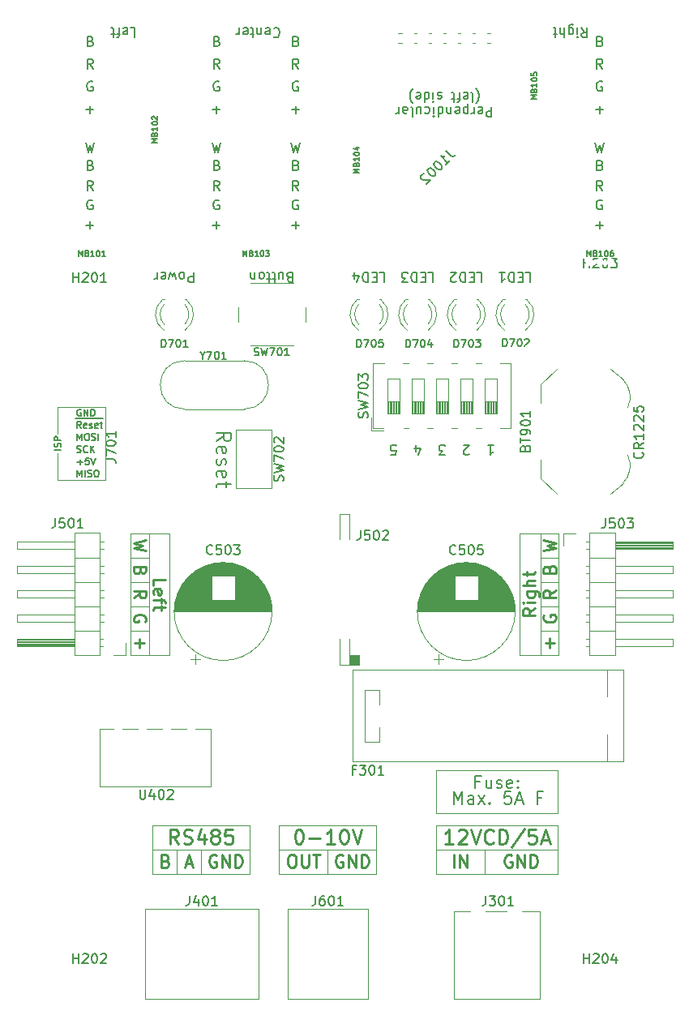
<source format=gto>
G04 #@! TF.GenerationSoftware,KiCad,Pcbnew,5.1.12-84ad8e8a86~92~ubuntu16.04.1*
G04 #@! TF.CreationDate,2022-06-26T12:08:55+02:00*
G04 #@! TF.ProjectId,LedBar,4c656442-6172-42e6-9b69-6361645f7063,rev?*
G04 #@! TF.SameCoordinates,Original*
G04 #@! TF.FileFunction,Legend,Top*
G04 #@! TF.FilePolarity,Positive*
%FSLAX46Y46*%
G04 Gerber Fmt 4.6, Leading zero omitted, Abs format (unit mm)*
G04 Created by KiCad (PCBNEW 5.1.12-84ad8e8a86~92~ubuntu16.04.1) date 2022-06-26 12:08:55*
%MOMM*%
%LPD*%
G01*
G04 APERTURE LIST*
%ADD10C,0.200000*%
%ADD11C,0.150000*%
%ADD12C,0.120000*%
%ADD13C,0.240000*%
%ADD14C,0.250000*%
%ADD15C,0.100000*%
%ADD16C,0.130000*%
%ADD17C,10.200000*%
%ADD18R,5.100000X2.500000*%
%ADD19R,1.350000X1.350000*%
%ADD20O,1.350000X1.350000*%
%ADD21C,1.000000*%
%ADD22C,1.800000*%
%ADD23R,1.800000X1.800000*%
%ADD24O,1.600000X1.600000*%
%ADD25R,1.600000X1.600000*%
%ADD26C,4.300000*%
%ADD27C,2.000000*%
%ADD28R,2.000000X2.000000*%
%ADD29O,1.700000X1.700000*%
%ADD30R,1.700000X1.700000*%
%ADD31R,1.500000X1.500000*%
%ADD32C,1.500000*%
%ADD33C,3.000000*%
%ADD34C,3.200000*%
%ADD35C,2.800000*%
%ADD36R,2.032000X1.070000*%
%ADD37R,1.000000X1.000000*%
%ADD38O,1.000000X1.000000*%
%ADD39R,1.070000X4.413000*%
%ADD40O,4.050000X1.400000*%
%ADD41R,4.050000X1.400000*%
%ADD42R,4.050000X1.500000*%
%ADD43O,4.050000X1.500000*%
%ADD44C,0.800000*%
G04 APERTURE END LIST*
D10*
X145367142Y-72334428D02*
X145224285Y-72286809D01*
X145176666Y-72239190D01*
X145129047Y-72143952D01*
X145129047Y-72001095D01*
X145176666Y-71905857D01*
X145224285Y-71858238D01*
X145319523Y-71810619D01*
X145700476Y-71810619D01*
X145700476Y-72810619D01*
X145367142Y-72810619D01*
X145271904Y-72763000D01*
X145224285Y-72715380D01*
X145176666Y-72620142D01*
X145176666Y-72524904D01*
X145224285Y-72429666D01*
X145271904Y-72382047D01*
X145367142Y-72334428D01*
X145700476Y-72334428D01*
X144271904Y-72477285D02*
X144271904Y-71810619D01*
X144700476Y-72477285D02*
X144700476Y-71953476D01*
X144652857Y-71858238D01*
X144557619Y-71810619D01*
X144414761Y-71810619D01*
X144319523Y-71858238D01*
X144271904Y-71905857D01*
X143938571Y-72477285D02*
X143557619Y-72477285D01*
X143795714Y-72810619D02*
X143795714Y-71953476D01*
X143748095Y-71858238D01*
X143652857Y-71810619D01*
X143557619Y-71810619D01*
X143367142Y-72477285D02*
X142986190Y-72477285D01*
X143224285Y-72810619D02*
X143224285Y-71953476D01*
X143176666Y-71858238D01*
X143081428Y-71810619D01*
X142986190Y-71810619D01*
X142510000Y-71810619D02*
X142605238Y-71858238D01*
X142652857Y-71905857D01*
X142700476Y-72001095D01*
X142700476Y-72286809D01*
X142652857Y-72382047D01*
X142605238Y-72429666D01*
X142510000Y-72477285D01*
X142367142Y-72477285D01*
X142271904Y-72429666D01*
X142224285Y-72382047D01*
X142176666Y-72286809D01*
X142176666Y-72001095D01*
X142224285Y-71905857D01*
X142271904Y-71858238D01*
X142367142Y-71810619D01*
X142510000Y-71810619D01*
X141748095Y-72477285D02*
X141748095Y-71810619D01*
X141748095Y-72382047D02*
X141700476Y-72429666D01*
X141605238Y-72477285D01*
X141462380Y-72477285D01*
X141367142Y-72429666D01*
X141319523Y-72334428D01*
X141319523Y-71810619D01*
X135326190Y-71810619D02*
X135326190Y-72810619D01*
X134945238Y-72810619D01*
X134850000Y-72763000D01*
X134802380Y-72715380D01*
X134754761Y-72620142D01*
X134754761Y-72477285D01*
X134802380Y-72382047D01*
X134850000Y-72334428D01*
X134945238Y-72286809D01*
X135326190Y-72286809D01*
X134183333Y-71810619D02*
X134278571Y-71858238D01*
X134326190Y-71905857D01*
X134373809Y-72001095D01*
X134373809Y-72286809D01*
X134326190Y-72382047D01*
X134278571Y-72429666D01*
X134183333Y-72477285D01*
X134040476Y-72477285D01*
X133945238Y-72429666D01*
X133897619Y-72382047D01*
X133850000Y-72286809D01*
X133850000Y-72001095D01*
X133897619Y-71905857D01*
X133945238Y-71858238D01*
X134040476Y-71810619D01*
X134183333Y-71810619D01*
X133516666Y-72477285D02*
X133326190Y-71810619D01*
X133135714Y-72286809D01*
X132945238Y-71810619D01*
X132754761Y-72477285D01*
X131992857Y-71858238D02*
X132088095Y-71810619D01*
X132278571Y-71810619D01*
X132373809Y-71858238D01*
X132421428Y-71953476D01*
X132421428Y-72334428D01*
X132373809Y-72429666D01*
X132278571Y-72477285D01*
X132088095Y-72477285D01*
X131992857Y-72429666D01*
X131945238Y-72334428D01*
X131945238Y-72239190D01*
X132421428Y-72143952D01*
X131516666Y-71810619D02*
X131516666Y-72477285D01*
X131516666Y-72286809D02*
X131469047Y-72382047D01*
X131421428Y-72429666D01*
X131326190Y-72477285D01*
X131230952Y-72477285D01*
X154789047Y-71810619D02*
X155265238Y-71810619D01*
X155265238Y-72810619D01*
X154455714Y-72334428D02*
X154122380Y-72334428D01*
X153979523Y-71810619D02*
X154455714Y-71810619D01*
X154455714Y-72810619D01*
X153979523Y-72810619D01*
X153550952Y-71810619D02*
X153550952Y-72810619D01*
X153312857Y-72810619D01*
X153170000Y-72763000D01*
X153074761Y-72667761D01*
X153027142Y-72572523D01*
X152979523Y-72382047D01*
X152979523Y-72239190D01*
X153027142Y-72048714D01*
X153074761Y-71953476D01*
X153170000Y-71858238D01*
X153312857Y-71810619D01*
X153550952Y-71810619D01*
X152122380Y-72477285D02*
X152122380Y-71810619D01*
X152360476Y-72858238D02*
X152598571Y-72143952D01*
X151979523Y-72143952D01*
X159869047Y-71810619D02*
X160345238Y-71810619D01*
X160345238Y-72810619D01*
X159535714Y-72334428D02*
X159202380Y-72334428D01*
X159059523Y-71810619D02*
X159535714Y-71810619D01*
X159535714Y-72810619D01*
X159059523Y-72810619D01*
X158630952Y-71810619D02*
X158630952Y-72810619D01*
X158392857Y-72810619D01*
X158250000Y-72763000D01*
X158154761Y-72667761D01*
X158107142Y-72572523D01*
X158059523Y-72382047D01*
X158059523Y-72239190D01*
X158107142Y-72048714D01*
X158154761Y-71953476D01*
X158250000Y-71858238D01*
X158392857Y-71810619D01*
X158630952Y-71810619D01*
X157726190Y-72810619D02*
X157107142Y-72810619D01*
X157440476Y-72429666D01*
X157297619Y-72429666D01*
X157202380Y-72382047D01*
X157154761Y-72334428D01*
X157107142Y-72239190D01*
X157107142Y-72001095D01*
X157154761Y-71905857D01*
X157202380Y-71858238D01*
X157297619Y-71810619D01*
X157583333Y-71810619D01*
X157678571Y-71858238D01*
X157726190Y-71905857D01*
X170029047Y-71810619D02*
X170505238Y-71810619D01*
X170505238Y-72810619D01*
X169695714Y-72334428D02*
X169362380Y-72334428D01*
X169219523Y-71810619D02*
X169695714Y-71810619D01*
X169695714Y-72810619D01*
X169219523Y-72810619D01*
X168790952Y-71810619D02*
X168790952Y-72810619D01*
X168552857Y-72810619D01*
X168410000Y-72763000D01*
X168314761Y-72667761D01*
X168267142Y-72572523D01*
X168219523Y-72382047D01*
X168219523Y-72239190D01*
X168267142Y-72048714D01*
X168314761Y-71953476D01*
X168410000Y-71858238D01*
X168552857Y-71810619D01*
X168790952Y-71810619D01*
X167267142Y-71810619D02*
X167838571Y-71810619D01*
X167552857Y-71810619D02*
X167552857Y-72810619D01*
X167648095Y-72667761D01*
X167743333Y-72572523D01*
X167838571Y-72524904D01*
X164949047Y-71810619D02*
X165425238Y-71810619D01*
X165425238Y-72810619D01*
X164615714Y-72334428D02*
X164282380Y-72334428D01*
X164139523Y-71810619D02*
X164615714Y-71810619D01*
X164615714Y-72810619D01*
X164139523Y-72810619D01*
X163710952Y-71810619D02*
X163710952Y-72810619D01*
X163472857Y-72810619D01*
X163330000Y-72763000D01*
X163234761Y-72667761D01*
X163187142Y-72572523D01*
X163139523Y-72382047D01*
X163139523Y-72239190D01*
X163187142Y-72048714D01*
X163234761Y-71953476D01*
X163330000Y-71858238D01*
X163472857Y-71810619D01*
X163710952Y-71810619D01*
X162758571Y-72715380D02*
X162710952Y-72763000D01*
X162615714Y-72810619D01*
X162377619Y-72810619D01*
X162282380Y-72763000D01*
X162234761Y-72715380D01*
X162187142Y-72620142D01*
X162187142Y-72524904D01*
X162234761Y-72382047D01*
X162806190Y-71810619D01*
X162187142Y-71810619D01*
X155971904Y-90844619D02*
X156448095Y-90844619D01*
X156495714Y-90368428D01*
X156448095Y-90416047D01*
X156352857Y-90463666D01*
X156114761Y-90463666D01*
X156019523Y-90416047D01*
X155971904Y-90368428D01*
X155924285Y-90273190D01*
X155924285Y-90035095D01*
X155971904Y-89939857D01*
X156019523Y-89892238D01*
X156114761Y-89844619D01*
X156352857Y-89844619D01*
X156448095Y-89892238D01*
X156495714Y-89939857D01*
X158559523Y-90511285D02*
X158559523Y-89844619D01*
X158797619Y-90892238D02*
X159035714Y-90177952D01*
X158416666Y-90177952D01*
X161623333Y-90844619D02*
X161004285Y-90844619D01*
X161337619Y-90463666D01*
X161194761Y-90463666D01*
X161099523Y-90416047D01*
X161051904Y-90368428D01*
X161004285Y-90273190D01*
X161004285Y-90035095D01*
X161051904Y-89939857D01*
X161099523Y-89892238D01*
X161194761Y-89844619D01*
X161480476Y-89844619D01*
X161575714Y-89892238D01*
X161623333Y-89939857D01*
X164115714Y-90749380D02*
X164068095Y-90797000D01*
X163972857Y-90844619D01*
X163734761Y-90844619D01*
X163639523Y-90797000D01*
X163591904Y-90749380D01*
X163544285Y-90654142D01*
X163544285Y-90558904D01*
X163591904Y-90416047D01*
X164163333Y-89844619D01*
X163544285Y-89844619D01*
X166084285Y-89844619D02*
X166655714Y-89844619D01*
X166370000Y-89844619D02*
X166370000Y-90844619D01*
X166465238Y-90701761D01*
X166560476Y-90606523D01*
X166655714Y-90558904D01*
D11*
X175865119Y-46283619D02*
X176198452Y-46759809D01*
X176436547Y-46283619D02*
X176436547Y-47283619D01*
X176055595Y-47283619D01*
X175960357Y-47236000D01*
X175912738Y-47188380D01*
X175865119Y-47093142D01*
X175865119Y-46950285D01*
X175912738Y-46855047D01*
X175960357Y-46807428D01*
X176055595Y-46759809D01*
X176436547Y-46759809D01*
X175436547Y-46283619D02*
X175436547Y-46950285D01*
X175436547Y-47283619D02*
X175484166Y-47236000D01*
X175436547Y-47188380D01*
X175388928Y-47236000D01*
X175436547Y-47283619D01*
X175436547Y-47188380D01*
X174531785Y-46950285D02*
X174531785Y-46140761D01*
X174579404Y-46045523D01*
X174627023Y-45997904D01*
X174722261Y-45950285D01*
X174865119Y-45950285D01*
X174960357Y-45997904D01*
X174531785Y-46331238D02*
X174627023Y-46283619D01*
X174817500Y-46283619D01*
X174912738Y-46331238D01*
X174960357Y-46378857D01*
X175007976Y-46474095D01*
X175007976Y-46759809D01*
X174960357Y-46855047D01*
X174912738Y-46902666D01*
X174817500Y-46950285D01*
X174627023Y-46950285D01*
X174531785Y-46902666D01*
X174055595Y-46283619D02*
X174055595Y-47283619D01*
X173627023Y-46283619D02*
X173627023Y-46807428D01*
X173674642Y-46902666D01*
X173769880Y-46950285D01*
X173912738Y-46950285D01*
X174007976Y-46902666D01*
X174055595Y-46855047D01*
X173293690Y-46950285D02*
X172912738Y-46950285D01*
X173150833Y-47283619D02*
X173150833Y-46426476D01*
X173103214Y-46331238D01*
X173007976Y-46283619D01*
X172912738Y-46283619D01*
X143708238Y-46378857D02*
X143755857Y-46331238D01*
X143898714Y-46283619D01*
X143993952Y-46283619D01*
X144136809Y-46331238D01*
X144232047Y-46426476D01*
X144279666Y-46521714D01*
X144327285Y-46712190D01*
X144327285Y-46855047D01*
X144279666Y-47045523D01*
X144232047Y-47140761D01*
X144136809Y-47236000D01*
X143993952Y-47283619D01*
X143898714Y-47283619D01*
X143755857Y-47236000D01*
X143708238Y-47188380D01*
X142898714Y-46331238D02*
X142993952Y-46283619D01*
X143184428Y-46283619D01*
X143279666Y-46331238D01*
X143327285Y-46426476D01*
X143327285Y-46807428D01*
X143279666Y-46902666D01*
X143184428Y-46950285D01*
X142993952Y-46950285D01*
X142898714Y-46902666D01*
X142851095Y-46807428D01*
X142851095Y-46712190D01*
X143327285Y-46616952D01*
X142422523Y-46950285D02*
X142422523Y-46283619D01*
X142422523Y-46855047D02*
X142374904Y-46902666D01*
X142279666Y-46950285D01*
X142136809Y-46950285D01*
X142041571Y-46902666D01*
X141993952Y-46807428D01*
X141993952Y-46283619D01*
X141660619Y-46950285D02*
X141279666Y-46950285D01*
X141517761Y-47283619D02*
X141517761Y-46426476D01*
X141470142Y-46331238D01*
X141374904Y-46283619D01*
X141279666Y-46283619D01*
X140565380Y-46331238D02*
X140660619Y-46283619D01*
X140851095Y-46283619D01*
X140946333Y-46331238D01*
X140993952Y-46426476D01*
X140993952Y-46807428D01*
X140946333Y-46902666D01*
X140851095Y-46950285D01*
X140660619Y-46950285D01*
X140565380Y-46902666D01*
X140517761Y-46807428D01*
X140517761Y-46712190D01*
X140993952Y-46616952D01*
X140089190Y-46283619D02*
X140089190Y-46950285D01*
X140089190Y-46759809D02*
X140041571Y-46855047D01*
X139993952Y-46902666D01*
X139898714Y-46950285D01*
X139803476Y-46950285D01*
X128728214Y-46283619D02*
X129204404Y-46283619D01*
X129204404Y-47283619D01*
X128013928Y-46331238D02*
X128109166Y-46283619D01*
X128299642Y-46283619D01*
X128394880Y-46331238D01*
X128442500Y-46426476D01*
X128442500Y-46807428D01*
X128394880Y-46902666D01*
X128299642Y-46950285D01*
X128109166Y-46950285D01*
X128013928Y-46902666D01*
X127966309Y-46807428D01*
X127966309Y-46712190D01*
X128442500Y-46616952D01*
X127680595Y-46950285D02*
X127299642Y-46950285D01*
X127537738Y-46283619D02*
X127537738Y-47140761D01*
X127490119Y-47236000D01*
X127394880Y-47283619D01*
X127299642Y-47283619D01*
X127109166Y-46950285D02*
X126728214Y-46950285D01*
X126966309Y-47283619D02*
X126966309Y-46426476D01*
X126918690Y-46331238D01*
X126823452Y-46283619D01*
X126728214Y-46283619D01*
X166472571Y-54538619D02*
X166472571Y-55538619D01*
X166091619Y-55538619D01*
X165996380Y-55491000D01*
X165948761Y-55443380D01*
X165901142Y-55348142D01*
X165901142Y-55205285D01*
X165948761Y-55110047D01*
X165996380Y-55062428D01*
X166091619Y-55014809D01*
X166472571Y-55014809D01*
X165091619Y-54586238D02*
X165186857Y-54538619D01*
X165377333Y-54538619D01*
X165472571Y-54586238D01*
X165520190Y-54681476D01*
X165520190Y-55062428D01*
X165472571Y-55157666D01*
X165377333Y-55205285D01*
X165186857Y-55205285D01*
X165091619Y-55157666D01*
X165044000Y-55062428D01*
X165044000Y-54967190D01*
X165520190Y-54871952D01*
X164615428Y-54538619D02*
X164615428Y-55205285D01*
X164615428Y-55014809D02*
X164567809Y-55110047D01*
X164520190Y-55157666D01*
X164424952Y-55205285D01*
X164329714Y-55205285D01*
X163996380Y-55205285D02*
X163996380Y-54205285D01*
X163996380Y-55157666D02*
X163901142Y-55205285D01*
X163710666Y-55205285D01*
X163615428Y-55157666D01*
X163567809Y-55110047D01*
X163520190Y-55014809D01*
X163520190Y-54729095D01*
X163567809Y-54633857D01*
X163615428Y-54586238D01*
X163710666Y-54538619D01*
X163901142Y-54538619D01*
X163996380Y-54586238D01*
X162710666Y-54586238D02*
X162805904Y-54538619D01*
X162996380Y-54538619D01*
X163091619Y-54586238D01*
X163139238Y-54681476D01*
X163139238Y-55062428D01*
X163091619Y-55157666D01*
X162996380Y-55205285D01*
X162805904Y-55205285D01*
X162710666Y-55157666D01*
X162663047Y-55062428D01*
X162663047Y-54967190D01*
X163139238Y-54871952D01*
X162234476Y-55205285D02*
X162234476Y-54538619D01*
X162234476Y-55110047D02*
X162186857Y-55157666D01*
X162091619Y-55205285D01*
X161948761Y-55205285D01*
X161853523Y-55157666D01*
X161805904Y-55062428D01*
X161805904Y-54538619D01*
X160901142Y-54538619D02*
X160901142Y-55538619D01*
X160901142Y-54586238D02*
X160996380Y-54538619D01*
X161186857Y-54538619D01*
X161282095Y-54586238D01*
X161329714Y-54633857D01*
X161377333Y-54729095D01*
X161377333Y-55014809D01*
X161329714Y-55110047D01*
X161282095Y-55157666D01*
X161186857Y-55205285D01*
X160996380Y-55205285D01*
X160901142Y-55157666D01*
X160424952Y-54538619D02*
X160424952Y-55205285D01*
X160424952Y-55538619D02*
X160472571Y-55491000D01*
X160424952Y-55443380D01*
X160377333Y-55491000D01*
X160424952Y-55538619D01*
X160424952Y-55443380D01*
X159520190Y-54586238D02*
X159615428Y-54538619D01*
X159805904Y-54538619D01*
X159901142Y-54586238D01*
X159948761Y-54633857D01*
X159996380Y-54729095D01*
X159996380Y-55014809D01*
X159948761Y-55110047D01*
X159901142Y-55157666D01*
X159805904Y-55205285D01*
X159615428Y-55205285D01*
X159520190Y-55157666D01*
X158663047Y-55205285D02*
X158663047Y-54538619D01*
X159091619Y-55205285D02*
X159091619Y-54681476D01*
X159044000Y-54586238D01*
X158948761Y-54538619D01*
X158805904Y-54538619D01*
X158710666Y-54586238D01*
X158663047Y-54633857D01*
X158044000Y-54538619D02*
X158139238Y-54586238D01*
X158186857Y-54681476D01*
X158186857Y-55538619D01*
X157234476Y-54538619D02*
X157234476Y-55062428D01*
X157282095Y-55157666D01*
X157377333Y-55205285D01*
X157567809Y-55205285D01*
X157663047Y-55157666D01*
X157234476Y-54586238D02*
X157329714Y-54538619D01*
X157567809Y-54538619D01*
X157663047Y-54586238D01*
X157710666Y-54681476D01*
X157710666Y-54776714D01*
X157663047Y-54871952D01*
X157567809Y-54919571D01*
X157329714Y-54919571D01*
X157234476Y-54967190D01*
X156758285Y-54538619D02*
X156758285Y-55205285D01*
X156758285Y-55014809D02*
X156710666Y-55110047D01*
X156663047Y-55157666D01*
X156567809Y-55205285D01*
X156472571Y-55205285D01*
X164853523Y-52633666D02*
X164901142Y-52681285D01*
X164996380Y-52824142D01*
X165044000Y-52919380D01*
X165091619Y-53062238D01*
X165139238Y-53300333D01*
X165139238Y-53490809D01*
X165091619Y-53728904D01*
X165044000Y-53871761D01*
X164996380Y-53967000D01*
X164901142Y-54109857D01*
X164853523Y-54157476D01*
X164329714Y-53014619D02*
X164424952Y-53062238D01*
X164472571Y-53157476D01*
X164472571Y-54014619D01*
X163567809Y-53062238D02*
X163663047Y-53014619D01*
X163853523Y-53014619D01*
X163948761Y-53062238D01*
X163996380Y-53157476D01*
X163996380Y-53538428D01*
X163948761Y-53633666D01*
X163853523Y-53681285D01*
X163663047Y-53681285D01*
X163567809Y-53633666D01*
X163520190Y-53538428D01*
X163520190Y-53443190D01*
X163996380Y-53347952D01*
X163234476Y-53681285D02*
X162853523Y-53681285D01*
X163091619Y-53014619D02*
X163091619Y-53871761D01*
X163044000Y-53967000D01*
X162948761Y-54014619D01*
X162853523Y-54014619D01*
X162663047Y-53681285D02*
X162282095Y-53681285D01*
X162520190Y-54014619D02*
X162520190Y-53157476D01*
X162472571Y-53062238D01*
X162377333Y-53014619D01*
X162282095Y-53014619D01*
X161234476Y-53062238D02*
X161139238Y-53014619D01*
X160948761Y-53014619D01*
X160853523Y-53062238D01*
X160805904Y-53157476D01*
X160805904Y-53205095D01*
X160853523Y-53300333D01*
X160948761Y-53347952D01*
X161091619Y-53347952D01*
X161186857Y-53395571D01*
X161234476Y-53490809D01*
X161234476Y-53538428D01*
X161186857Y-53633666D01*
X161091619Y-53681285D01*
X160948761Y-53681285D01*
X160853523Y-53633666D01*
X160377333Y-53014619D02*
X160377333Y-53681285D01*
X160377333Y-54014619D02*
X160424952Y-53967000D01*
X160377333Y-53919380D01*
X160329714Y-53967000D01*
X160377333Y-54014619D01*
X160377333Y-53919380D01*
X159472571Y-53014619D02*
X159472571Y-54014619D01*
X159472571Y-53062238D02*
X159567809Y-53014619D01*
X159758285Y-53014619D01*
X159853523Y-53062238D01*
X159901142Y-53109857D01*
X159948761Y-53205095D01*
X159948761Y-53490809D01*
X159901142Y-53586047D01*
X159853523Y-53633666D01*
X159758285Y-53681285D01*
X159567809Y-53681285D01*
X159472571Y-53633666D01*
X158615428Y-53062238D02*
X158710666Y-53014619D01*
X158901142Y-53014619D01*
X158996380Y-53062238D01*
X159044000Y-53157476D01*
X159044000Y-53538428D01*
X158996380Y-53633666D01*
X158901142Y-53681285D01*
X158710666Y-53681285D01*
X158615428Y-53633666D01*
X158567809Y-53538428D01*
X158567809Y-53443190D01*
X159044000Y-53347952D01*
X158234476Y-52633666D02*
X158186857Y-52681285D01*
X158091619Y-52824142D01*
X158044000Y-52919380D01*
X157996380Y-53062238D01*
X157948761Y-53300333D01*
X157948761Y-53490809D01*
X157996380Y-53728904D01*
X158044000Y-53871761D01*
X158091619Y-53967000D01*
X158186857Y-54109857D01*
X158234476Y-54157476D01*
D12*
X173482000Y-109220000D02*
X171577000Y-109220000D01*
X169418000Y-99060000D02*
X169418000Y-111760000D01*
X173482000Y-99060000D02*
X169418000Y-99060000D01*
X173482000Y-101600000D02*
X171577000Y-101600000D01*
X173482000Y-104140000D02*
X171577000Y-104140000D01*
X171577000Y-111760000D02*
X171577000Y-99060000D01*
X173482000Y-111760000D02*
X173482000Y-99060000D01*
X173482000Y-106680000D02*
X171577000Y-106680000D01*
X169418000Y-111760000D02*
X173482000Y-111760000D01*
X128778000Y-101600000D02*
X130683000Y-101600000D01*
X128778000Y-104140000D02*
X130683000Y-104140000D01*
X128778000Y-106680000D02*
X130683000Y-106680000D01*
X128778000Y-109220000D02*
X130683000Y-109220000D01*
X130683000Y-99060000D02*
X130683000Y-111760000D01*
X132842000Y-99060000D02*
X128778000Y-99060000D01*
X132842000Y-111760000D02*
X132842000Y-99060000D01*
X128778000Y-111760000D02*
X132842000Y-111760000D01*
X128778000Y-99060000D02*
X128778000Y-111760000D01*
D10*
X165209761Y-125002142D02*
X164776428Y-125002142D01*
X164776428Y-125683095D02*
X164776428Y-124383095D01*
X165395476Y-124383095D01*
X166447857Y-124816428D02*
X166447857Y-125683095D01*
X165890714Y-124816428D02*
X165890714Y-125497380D01*
X165952619Y-125621190D01*
X166076428Y-125683095D01*
X166262142Y-125683095D01*
X166385952Y-125621190D01*
X166447857Y-125559285D01*
X167005000Y-125621190D02*
X167128809Y-125683095D01*
X167376428Y-125683095D01*
X167500238Y-125621190D01*
X167562142Y-125497380D01*
X167562142Y-125435476D01*
X167500238Y-125311666D01*
X167376428Y-125249761D01*
X167190714Y-125249761D01*
X167066904Y-125187857D01*
X167005000Y-125064047D01*
X167005000Y-125002142D01*
X167066904Y-124878333D01*
X167190714Y-124816428D01*
X167376428Y-124816428D01*
X167500238Y-124878333D01*
X168614523Y-125621190D02*
X168490714Y-125683095D01*
X168243095Y-125683095D01*
X168119285Y-125621190D01*
X168057380Y-125497380D01*
X168057380Y-125002142D01*
X168119285Y-124878333D01*
X168243095Y-124816428D01*
X168490714Y-124816428D01*
X168614523Y-124878333D01*
X168676428Y-125002142D01*
X168676428Y-125125952D01*
X168057380Y-125249761D01*
X169233571Y-125559285D02*
X169295476Y-125621190D01*
X169233571Y-125683095D01*
X169171666Y-125621190D01*
X169233571Y-125559285D01*
X169233571Y-125683095D01*
X169233571Y-124878333D02*
X169295476Y-124940238D01*
X169233571Y-125002142D01*
X169171666Y-124940238D01*
X169233571Y-124878333D01*
X169233571Y-125002142D01*
D13*
X172558857Y-110985238D02*
X172558857Y-109994761D01*
X173054095Y-110490000D02*
X172063619Y-110490000D01*
X171943000Y-107609523D02*
X171881095Y-107733333D01*
X171881095Y-107919047D01*
X171943000Y-108104761D01*
X172066809Y-108228571D01*
X172190619Y-108290476D01*
X172438238Y-108352380D01*
X172623952Y-108352380D01*
X172871571Y-108290476D01*
X172995380Y-108228571D01*
X173119190Y-108104761D01*
X173181095Y-107919047D01*
X173181095Y-107795238D01*
X173119190Y-107609523D01*
X173057285Y-107547619D01*
X172623952Y-107547619D01*
X172623952Y-107795238D01*
X173181095Y-105007619D02*
X172562047Y-105440952D01*
X173181095Y-105750476D02*
X171881095Y-105750476D01*
X171881095Y-105255238D01*
X171943000Y-105131428D01*
X172004904Y-105069523D01*
X172128714Y-105007619D01*
X172314428Y-105007619D01*
X172438238Y-105069523D01*
X172500142Y-105131428D01*
X172562047Y-105255238D01*
X172562047Y-105750476D01*
X172500142Y-102777142D02*
X172562047Y-102591428D01*
X172623952Y-102529523D01*
X172747761Y-102467619D01*
X172933476Y-102467619D01*
X173057285Y-102529523D01*
X173119190Y-102591428D01*
X173181095Y-102715238D01*
X173181095Y-103210476D01*
X171881095Y-103210476D01*
X171881095Y-102777142D01*
X171943000Y-102653333D01*
X172004904Y-102591428D01*
X172128714Y-102529523D01*
X172252523Y-102529523D01*
X172376333Y-102591428D01*
X172438238Y-102653333D01*
X172500142Y-102777142D01*
X172500142Y-103210476D01*
X171881095Y-100887142D02*
X173181095Y-100577619D01*
X172252523Y-100330000D01*
X173181095Y-100082380D01*
X171881095Y-99772857D01*
X129701142Y-110058261D02*
X129701142Y-111048738D01*
X129205904Y-110553500D02*
X130196380Y-110553500D01*
X130317000Y-108290476D02*
X130378904Y-108166666D01*
X130378904Y-107980952D01*
X130317000Y-107795238D01*
X130193190Y-107671428D01*
X130069380Y-107609523D01*
X129821761Y-107547619D01*
X129636047Y-107547619D01*
X129388428Y-107609523D01*
X129264619Y-107671428D01*
X129140809Y-107795238D01*
X129078904Y-107980952D01*
X129078904Y-108104761D01*
X129140809Y-108290476D01*
X129202714Y-108352380D01*
X129636047Y-108352380D01*
X129636047Y-108104761D01*
X129078904Y-105812380D02*
X129697952Y-105379047D01*
X129078904Y-105069523D02*
X130378904Y-105069523D01*
X130378904Y-105564761D01*
X130317000Y-105688571D01*
X130255095Y-105750476D01*
X130131285Y-105812380D01*
X129945571Y-105812380D01*
X129821761Y-105750476D01*
X129759857Y-105688571D01*
X129697952Y-105564761D01*
X129697952Y-105069523D01*
X129759857Y-102962857D02*
X129697952Y-103148571D01*
X129636047Y-103210476D01*
X129512238Y-103272380D01*
X129326523Y-103272380D01*
X129202714Y-103210476D01*
X129140809Y-103148571D01*
X129078904Y-103024761D01*
X129078904Y-102529523D01*
X130378904Y-102529523D01*
X130378904Y-102962857D01*
X130317000Y-103086666D01*
X130255095Y-103148571D01*
X130131285Y-103210476D01*
X130007476Y-103210476D01*
X129883666Y-103148571D01*
X129821761Y-103086666D01*
X129759857Y-102962857D01*
X129759857Y-102529523D01*
X130378904Y-99772857D02*
X129078904Y-100082380D01*
X130007476Y-100330000D01*
X129078904Y-100577619D01*
X130378904Y-100887142D01*
D10*
X182221142Y-90614238D02*
X182268761Y-90661857D01*
X182316380Y-90804714D01*
X182316380Y-90899952D01*
X182268761Y-91042809D01*
X182173523Y-91138047D01*
X182078285Y-91185666D01*
X181887809Y-91233285D01*
X181744952Y-91233285D01*
X181554476Y-91185666D01*
X181459238Y-91138047D01*
X181364000Y-91042809D01*
X181316380Y-90899952D01*
X181316380Y-90804714D01*
X181364000Y-90661857D01*
X181411619Y-90614238D01*
X182316380Y-89614238D02*
X181840190Y-89947571D01*
X182316380Y-90185666D02*
X181316380Y-90185666D01*
X181316380Y-89804714D01*
X181364000Y-89709476D01*
X181411619Y-89661857D01*
X181506857Y-89614238D01*
X181649714Y-89614238D01*
X181744952Y-89661857D01*
X181792571Y-89709476D01*
X181840190Y-89804714D01*
X181840190Y-90185666D01*
X182316380Y-88661857D02*
X182316380Y-89233285D01*
X182316380Y-88947571D02*
X181316380Y-88947571D01*
X181459238Y-89042809D01*
X181554476Y-89138047D01*
X181602095Y-89233285D01*
X181411619Y-88280904D02*
X181364000Y-88233285D01*
X181316380Y-88138047D01*
X181316380Y-87899952D01*
X181364000Y-87804714D01*
X181411619Y-87757095D01*
X181506857Y-87709476D01*
X181602095Y-87709476D01*
X181744952Y-87757095D01*
X182316380Y-88328523D01*
X182316380Y-87709476D01*
X181411619Y-87328523D02*
X181364000Y-87280904D01*
X181316380Y-87185666D01*
X181316380Y-86947571D01*
X181364000Y-86852333D01*
X181411619Y-86804714D01*
X181506857Y-86757095D01*
X181602095Y-86757095D01*
X181744952Y-86804714D01*
X182316380Y-87376142D01*
X182316380Y-86757095D01*
X181316380Y-85852333D02*
X181316380Y-86328523D01*
X181792571Y-86376142D01*
X181744952Y-86328523D01*
X181697333Y-86233285D01*
X181697333Y-85995190D01*
X181744952Y-85899952D01*
X181792571Y-85852333D01*
X181887809Y-85804714D01*
X182125904Y-85804714D01*
X182221142Y-85852333D01*
X182268761Y-85899952D01*
X182316380Y-85995190D01*
X182316380Y-86233285D01*
X182268761Y-86328523D01*
X182221142Y-86376142D01*
D12*
X160655000Y-128270000D02*
X160655000Y-123825000D01*
X173355000Y-128270000D02*
X160655000Y-128270000D01*
X173355000Y-123825000D02*
X173355000Y-128270000D01*
X160655000Y-123825000D02*
X173355000Y-123825000D01*
X165735000Y-132080000D02*
X165735000Y-134620000D01*
X160655000Y-132080000D02*
X173355000Y-132080000D01*
X160655000Y-134620000D02*
X160655000Y-129540000D01*
X173355000Y-134620000D02*
X160655000Y-134620000D01*
X173355000Y-129540000D02*
X173355000Y-134620000D01*
X160655000Y-129540000D02*
X173355000Y-129540000D01*
D13*
X162514047Y-133983333D02*
X162514047Y-132583333D01*
X163133095Y-133983333D02*
X163133095Y-132583333D01*
X163875952Y-133983333D01*
X163875952Y-132583333D01*
X168554523Y-132700000D02*
X168430714Y-132638095D01*
X168245000Y-132638095D01*
X168059285Y-132700000D01*
X167935476Y-132823809D01*
X167873571Y-132947619D01*
X167811666Y-133195238D01*
X167811666Y-133380952D01*
X167873571Y-133628571D01*
X167935476Y-133752380D01*
X168059285Y-133876190D01*
X168245000Y-133938095D01*
X168368809Y-133938095D01*
X168554523Y-133876190D01*
X168616428Y-133814285D01*
X168616428Y-133380952D01*
X168368809Y-133380952D01*
X169173571Y-133938095D02*
X169173571Y-132638095D01*
X169916428Y-133938095D01*
X169916428Y-132638095D01*
X170535476Y-133938095D02*
X170535476Y-132638095D01*
X170845000Y-132638095D01*
X171030714Y-132700000D01*
X171154523Y-132823809D01*
X171216428Y-132947619D01*
X171278333Y-133195238D01*
X171278333Y-133380952D01*
X171216428Y-133628571D01*
X171154523Y-133752380D01*
X171030714Y-133876190D01*
X170845000Y-133938095D01*
X170535476Y-133938095D01*
D12*
X149352000Y-132080000D02*
X149352000Y-134620000D01*
X154432000Y-132080000D02*
X149352000Y-132080000D01*
X144272000Y-132080000D02*
X154432000Y-132080000D01*
X154432000Y-134620000D02*
X144272000Y-134620000D01*
X154432000Y-129540000D02*
X154432000Y-134620000D01*
X144272000Y-129540000D02*
X154432000Y-129540000D01*
X144272000Y-134620000D02*
X144272000Y-129540000D01*
D13*
X145512000Y-132638095D02*
X145759619Y-132638095D01*
X145883428Y-132700000D01*
X146007238Y-132823809D01*
X146069142Y-133071428D01*
X146069142Y-133504761D01*
X146007238Y-133752380D01*
X145883428Y-133876190D01*
X145759619Y-133938095D01*
X145512000Y-133938095D01*
X145388190Y-133876190D01*
X145264380Y-133752380D01*
X145202476Y-133504761D01*
X145202476Y-133071428D01*
X145264380Y-132823809D01*
X145388190Y-132700000D01*
X145512000Y-132638095D01*
X146626285Y-132638095D02*
X146626285Y-133690476D01*
X146688190Y-133814285D01*
X146750095Y-133876190D01*
X146873904Y-133938095D01*
X147121523Y-133938095D01*
X147245333Y-133876190D01*
X147307238Y-133814285D01*
X147369142Y-133690476D01*
X147369142Y-132638095D01*
X147802476Y-132638095D02*
X148545333Y-132638095D01*
X148173904Y-133938095D02*
X148173904Y-132638095D01*
X150901523Y-132700000D02*
X150777714Y-132638095D01*
X150592000Y-132638095D01*
X150406285Y-132700000D01*
X150282476Y-132823809D01*
X150220571Y-132947619D01*
X150158666Y-133195238D01*
X150158666Y-133380952D01*
X150220571Y-133628571D01*
X150282476Y-133752380D01*
X150406285Y-133876190D01*
X150592000Y-133938095D01*
X150715809Y-133938095D01*
X150901523Y-133876190D01*
X150963428Y-133814285D01*
X150963428Y-133380952D01*
X150715809Y-133380952D01*
X151520571Y-133938095D02*
X151520571Y-132638095D01*
X152263428Y-133938095D01*
X152263428Y-132638095D01*
X152882476Y-133938095D02*
X152882476Y-132638095D01*
X153192000Y-132638095D01*
X153377714Y-132700000D01*
X153501523Y-132823809D01*
X153563428Y-132947619D01*
X153625333Y-133195238D01*
X153625333Y-133380952D01*
X153563428Y-133628571D01*
X153501523Y-133752380D01*
X153377714Y-133876190D01*
X153192000Y-133938095D01*
X152882476Y-133938095D01*
D12*
X133604000Y-132080000D02*
X133604000Y-134620000D01*
X136144000Y-132080000D02*
X136144000Y-134620000D01*
X131064000Y-132080000D02*
X141224000Y-132080000D01*
X131064000Y-129540000D02*
X131064000Y-134620000D01*
X141224000Y-129540000D02*
X131064000Y-129540000D01*
X141224000Y-134620000D02*
X141224000Y-129540000D01*
X131064000Y-134620000D02*
X141224000Y-134620000D01*
D13*
X134564476Y-133566666D02*
X135183523Y-133566666D01*
X134440666Y-133938095D02*
X134874000Y-132638095D01*
X135307333Y-133938095D01*
X137693523Y-132700000D02*
X137569714Y-132638095D01*
X137384000Y-132638095D01*
X137198285Y-132700000D01*
X137074476Y-132823809D01*
X137012571Y-132947619D01*
X136950666Y-133195238D01*
X136950666Y-133380952D01*
X137012571Y-133628571D01*
X137074476Y-133752380D01*
X137198285Y-133876190D01*
X137384000Y-133938095D01*
X137507809Y-133938095D01*
X137693523Y-133876190D01*
X137755428Y-133814285D01*
X137755428Y-133380952D01*
X137507809Y-133380952D01*
X138312571Y-133938095D02*
X138312571Y-132638095D01*
X139055428Y-133938095D01*
X139055428Y-132638095D01*
X139674476Y-133938095D02*
X139674476Y-132638095D01*
X139984000Y-132638095D01*
X140169714Y-132700000D01*
X140293523Y-132823809D01*
X140355428Y-132947619D01*
X140417333Y-133195238D01*
X140417333Y-133380952D01*
X140355428Y-133628571D01*
X140293523Y-133752380D01*
X140169714Y-133876190D01*
X139984000Y-133938095D01*
X139674476Y-133938095D01*
X132426857Y-133257142D02*
X132612571Y-133319047D01*
X132674476Y-133380952D01*
X132736380Y-133504761D01*
X132736380Y-133690476D01*
X132674476Y-133814285D01*
X132612571Y-133876190D01*
X132488761Y-133938095D01*
X131993523Y-133938095D01*
X131993523Y-132638095D01*
X132426857Y-132638095D01*
X132550666Y-132700000D01*
X132612571Y-132761904D01*
X132674476Y-132885714D01*
X132674476Y-133009523D01*
X132612571Y-133133333D01*
X132550666Y-133195238D01*
X132426857Y-133257142D01*
X131993523Y-133257142D01*
D14*
X162433571Y-131488571D02*
X161576428Y-131488571D01*
X162005000Y-131488571D02*
X162005000Y-129988571D01*
X161862142Y-130202857D01*
X161719285Y-130345714D01*
X161576428Y-130417142D01*
X163005000Y-130131428D02*
X163076428Y-130060000D01*
X163219285Y-129988571D01*
X163576428Y-129988571D01*
X163719285Y-130060000D01*
X163790714Y-130131428D01*
X163862142Y-130274285D01*
X163862142Y-130417142D01*
X163790714Y-130631428D01*
X162933571Y-131488571D01*
X163862142Y-131488571D01*
X164290714Y-129988571D02*
X164790714Y-131488571D01*
X165290714Y-129988571D01*
X166647857Y-131345714D02*
X166576428Y-131417142D01*
X166362142Y-131488571D01*
X166219285Y-131488571D01*
X166005000Y-131417142D01*
X165862142Y-131274285D01*
X165790714Y-131131428D01*
X165719285Y-130845714D01*
X165719285Y-130631428D01*
X165790714Y-130345714D01*
X165862142Y-130202857D01*
X166005000Y-130060000D01*
X166219285Y-129988571D01*
X166362142Y-129988571D01*
X166576428Y-130060000D01*
X166647857Y-130131428D01*
X167290714Y-131488571D02*
X167290714Y-129988571D01*
X167647857Y-129988571D01*
X167862142Y-130060000D01*
X168005000Y-130202857D01*
X168076428Y-130345714D01*
X168147857Y-130631428D01*
X168147857Y-130845714D01*
X168076428Y-131131428D01*
X168005000Y-131274285D01*
X167862142Y-131417142D01*
X167647857Y-131488571D01*
X167290714Y-131488571D01*
X169862142Y-129917142D02*
X168576428Y-131845714D01*
X171076428Y-129988571D02*
X170362142Y-129988571D01*
X170290714Y-130702857D01*
X170362142Y-130631428D01*
X170505000Y-130560000D01*
X170862142Y-130560000D01*
X171005000Y-130631428D01*
X171076428Y-130702857D01*
X171147857Y-130845714D01*
X171147857Y-131202857D01*
X171076428Y-131345714D01*
X171005000Y-131417142D01*
X170862142Y-131488571D01*
X170505000Y-131488571D01*
X170362142Y-131417142D01*
X170290714Y-131345714D01*
X171719285Y-131060000D02*
X172433571Y-131060000D01*
X171576428Y-131488571D02*
X172076428Y-129988571D01*
X172576428Y-131488571D01*
X146280571Y-129988571D02*
X146423428Y-129988571D01*
X146566285Y-130060000D01*
X146637714Y-130131428D01*
X146709142Y-130274285D01*
X146780571Y-130560000D01*
X146780571Y-130917142D01*
X146709142Y-131202857D01*
X146637714Y-131345714D01*
X146566285Y-131417142D01*
X146423428Y-131488571D01*
X146280571Y-131488571D01*
X146137714Y-131417142D01*
X146066285Y-131345714D01*
X145994857Y-131202857D01*
X145923428Y-130917142D01*
X145923428Y-130560000D01*
X145994857Y-130274285D01*
X146066285Y-130131428D01*
X146137714Y-130060000D01*
X146280571Y-129988571D01*
X147423428Y-130917142D02*
X148566285Y-130917142D01*
X150066285Y-131488571D02*
X149209142Y-131488571D01*
X149637714Y-131488571D02*
X149637714Y-129988571D01*
X149494857Y-130202857D01*
X149352000Y-130345714D01*
X149209142Y-130417142D01*
X150994857Y-129988571D02*
X151137714Y-129988571D01*
X151280571Y-130060000D01*
X151352000Y-130131428D01*
X151423428Y-130274285D01*
X151494857Y-130560000D01*
X151494857Y-130917142D01*
X151423428Y-131202857D01*
X151352000Y-131345714D01*
X151280571Y-131417142D01*
X151137714Y-131488571D01*
X150994857Y-131488571D01*
X150852000Y-131417142D01*
X150780571Y-131345714D01*
X150709142Y-131202857D01*
X150637714Y-130917142D01*
X150637714Y-130560000D01*
X150709142Y-130274285D01*
X150780571Y-130131428D01*
X150852000Y-130060000D01*
X150994857Y-129988571D01*
X151923428Y-129988571D02*
X152423428Y-131488571D01*
X152923428Y-129988571D01*
X133751142Y-131488571D02*
X133251142Y-130774285D01*
X132894000Y-131488571D02*
X132894000Y-129988571D01*
X133465428Y-129988571D01*
X133608285Y-130060000D01*
X133679714Y-130131428D01*
X133751142Y-130274285D01*
X133751142Y-130488571D01*
X133679714Y-130631428D01*
X133608285Y-130702857D01*
X133465428Y-130774285D01*
X132894000Y-130774285D01*
X134322571Y-131417142D02*
X134536857Y-131488571D01*
X134894000Y-131488571D01*
X135036857Y-131417142D01*
X135108285Y-131345714D01*
X135179714Y-131202857D01*
X135179714Y-131060000D01*
X135108285Y-130917142D01*
X135036857Y-130845714D01*
X134894000Y-130774285D01*
X134608285Y-130702857D01*
X134465428Y-130631428D01*
X134394000Y-130560000D01*
X134322571Y-130417142D01*
X134322571Y-130274285D01*
X134394000Y-130131428D01*
X134465428Y-130060000D01*
X134608285Y-129988571D01*
X134965428Y-129988571D01*
X135179714Y-130060000D01*
X136465428Y-130488571D02*
X136465428Y-131488571D01*
X136108285Y-129917142D02*
X135751142Y-130988571D01*
X136679714Y-130988571D01*
X137465428Y-130631428D02*
X137322571Y-130560000D01*
X137251142Y-130488571D01*
X137179714Y-130345714D01*
X137179714Y-130274285D01*
X137251142Y-130131428D01*
X137322571Y-130060000D01*
X137465428Y-129988571D01*
X137751142Y-129988571D01*
X137894000Y-130060000D01*
X137965428Y-130131428D01*
X138036857Y-130274285D01*
X138036857Y-130345714D01*
X137965428Y-130488571D01*
X137894000Y-130560000D01*
X137751142Y-130631428D01*
X137465428Y-130631428D01*
X137322571Y-130702857D01*
X137251142Y-130774285D01*
X137179714Y-130917142D01*
X137179714Y-131202857D01*
X137251142Y-131345714D01*
X137322571Y-131417142D01*
X137465428Y-131488571D01*
X137751142Y-131488571D01*
X137894000Y-131417142D01*
X137965428Y-131345714D01*
X138036857Y-131202857D01*
X138036857Y-130917142D01*
X137965428Y-130774285D01*
X137894000Y-130702857D01*
X137751142Y-130631428D01*
X139394000Y-129988571D02*
X138679714Y-129988571D01*
X138608285Y-130702857D01*
X138679714Y-130631428D01*
X138822571Y-130560000D01*
X139179714Y-130560000D01*
X139322571Y-130631428D01*
X139394000Y-130702857D01*
X139465428Y-130845714D01*
X139465428Y-131202857D01*
X139394000Y-131345714D01*
X139322571Y-131417142D01*
X139179714Y-131488571D01*
X138822571Y-131488571D01*
X138679714Y-131417142D01*
X138608285Y-131345714D01*
D10*
X137751428Y-89455857D02*
X138465714Y-88955857D01*
X137751428Y-88598714D02*
X139251428Y-88598714D01*
X139251428Y-89170142D01*
X139180000Y-89313000D01*
X139108571Y-89384428D01*
X138965714Y-89455857D01*
X138751428Y-89455857D01*
X138608571Y-89384428D01*
X138537142Y-89313000D01*
X138465714Y-89170142D01*
X138465714Y-88598714D01*
X137822857Y-90670142D02*
X137751428Y-90527285D01*
X137751428Y-90241571D01*
X137822857Y-90098714D01*
X137965714Y-90027285D01*
X138537142Y-90027285D01*
X138680000Y-90098714D01*
X138751428Y-90241571D01*
X138751428Y-90527285D01*
X138680000Y-90670142D01*
X138537142Y-90741571D01*
X138394285Y-90741571D01*
X138251428Y-90027285D01*
X137822857Y-91313000D02*
X137751428Y-91455857D01*
X137751428Y-91741571D01*
X137822857Y-91884428D01*
X137965714Y-91955857D01*
X138037142Y-91955857D01*
X138180000Y-91884428D01*
X138251428Y-91741571D01*
X138251428Y-91527285D01*
X138322857Y-91384428D01*
X138465714Y-91313000D01*
X138537142Y-91313000D01*
X138680000Y-91384428D01*
X138751428Y-91527285D01*
X138751428Y-91741571D01*
X138680000Y-91884428D01*
X137822857Y-93170142D02*
X137751428Y-93027285D01*
X137751428Y-92741571D01*
X137822857Y-92598714D01*
X137965714Y-92527285D01*
X138537142Y-92527285D01*
X138680000Y-92598714D01*
X138751428Y-92741571D01*
X138751428Y-93027285D01*
X138680000Y-93170142D01*
X138537142Y-93241571D01*
X138394285Y-93241571D01*
X138251428Y-92527285D01*
X138751428Y-93670142D02*
X138751428Y-94241571D01*
X139251428Y-93884428D02*
X137965714Y-93884428D01*
X137822857Y-93955857D01*
X137751428Y-94098714D01*
X137751428Y-94241571D01*
D12*
X178850000Y-81870000D02*
X180200000Y-83020000D01*
X178850000Y-94970000D02*
X180200000Y-93820000D01*
X171600000Y-93320000D02*
X171600000Y-91420000D01*
X171600000Y-83520000D02*
X171600000Y-85420000D01*
X171600000Y-83520000D02*
X173250000Y-81870000D01*
X173250000Y-94970000D02*
X171600000Y-93320000D01*
X180697607Y-90924098D02*
G75*
G02*
X180200000Y-93820000I-2297607J-1095902D01*
G01*
X180696458Y-85918306D02*
G75*
G03*
X180200000Y-83020000I-2296458J1098306D01*
G01*
X170146000Y-74640000D02*
X169990000Y-74640000D01*
X167830000Y-74640000D02*
X167674000Y-74640000D01*
X167830163Y-77241130D02*
G75*
G02*
X167830000Y-75159039I1079837J1041130D01*
G01*
X169989837Y-77241130D02*
G75*
G03*
X169990000Y-75159039I-1079837J1041130D01*
G01*
X167831392Y-77872335D02*
G75*
G02*
X167674484Y-74640000I1078608J1672335D01*
G01*
X169988608Y-77872335D02*
G75*
G03*
X170145516Y-74640000I-1078608J1672335D01*
G01*
X154100000Y-88119000D02*
X154100000Y-81298000D01*
X168481000Y-88119000D02*
X168481000Y-81298000D01*
X154100000Y-88119000D02*
X155170000Y-88119000D01*
X157250000Y-88119000D02*
X157761000Y-88119000D01*
X159740000Y-88119000D02*
X160301000Y-88119000D01*
X162280000Y-88119000D02*
X162841000Y-88119000D01*
X164820000Y-88119000D02*
X165380000Y-88119000D01*
X167360000Y-88119000D02*
X168481000Y-88119000D01*
X167360000Y-81298000D02*
X168481000Y-81298000D01*
X164820000Y-81298000D02*
X165380000Y-81298000D01*
X162280000Y-81298000D02*
X162841000Y-81298000D01*
X159740000Y-81298000D02*
X160301000Y-81298000D01*
X154100000Y-81298000D02*
X155220000Y-81298000D01*
X157200000Y-81298000D02*
X157761000Y-81298000D01*
X153860000Y-88359000D02*
X153860000Y-86976000D01*
X153860000Y-88359000D02*
X155170000Y-88359000D01*
X155575000Y-86519000D02*
X156845000Y-86519000D01*
X156845000Y-86519000D02*
X156845000Y-82899000D01*
X156845000Y-82899000D02*
X155575000Y-82899000D01*
X155575000Y-82899000D02*
X155575000Y-86519000D01*
X155695000Y-86519000D02*
X155695000Y-85312333D01*
X155815000Y-86519000D02*
X155815000Y-85312333D01*
X155935000Y-86519000D02*
X155935000Y-85312333D01*
X156055000Y-86519000D02*
X156055000Y-85312333D01*
X156175000Y-86519000D02*
X156175000Y-85312333D01*
X156295000Y-86519000D02*
X156295000Y-85312333D01*
X156415000Y-86519000D02*
X156415000Y-85312333D01*
X156535000Y-86519000D02*
X156535000Y-85312333D01*
X156655000Y-86519000D02*
X156655000Y-85312333D01*
X156775000Y-86519000D02*
X156775000Y-85312333D01*
X155575000Y-85312333D02*
X156845000Y-85312333D01*
X158115000Y-86519000D02*
X159385000Y-86519000D01*
X159385000Y-86519000D02*
X159385000Y-82899000D01*
X159385000Y-82899000D02*
X158115000Y-82899000D01*
X158115000Y-82899000D02*
X158115000Y-86519000D01*
X158235000Y-86519000D02*
X158235000Y-85312333D01*
X158355000Y-86519000D02*
X158355000Y-85312333D01*
X158475000Y-86519000D02*
X158475000Y-85312333D01*
X158595000Y-86519000D02*
X158595000Y-85312333D01*
X158715000Y-86519000D02*
X158715000Y-85312333D01*
X158835000Y-86519000D02*
X158835000Y-85312333D01*
X158955000Y-86519000D02*
X158955000Y-85312333D01*
X159075000Y-86519000D02*
X159075000Y-85312333D01*
X159195000Y-86519000D02*
X159195000Y-85312333D01*
X159315000Y-86519000D02*
X159315000Y-85312333D01*
X158115000Y-85312333D02*
X159385000Y-85312333D01*
X160655000Y-86519000D02*
X161925000Y-86519000D01*
X161925000Y-86519000D02*
X161925000Y-82899000D01*
X161925000Y-82899000D02*
X160655000Y-82899000D01*
X160655000Y-82899000D02*
X160655000Y-86519000D01*
X160775000Y-86519000D02*
X160775000Y-85312333D01*
X160895000Y-86519000D02*
X160895000Y-85312333D01*
X161015000Y-86519000D02*
X161015000Y-85312333D01*
X161135000Y-86519000D02*
X161135000Y-85312333D01*
X161255000Y-86519000D02*
X161255000Y-85312333D01*
X161375000Y-86519000D02*
X161375000Y-85312333D01*
X161495000Y-86519000D02*
X161495000Y-85312333D01*
X161615000Y-86519000D02*
X161615000Y-85312333D01*
X161735000Y-86519000D02*
X161735000Y-85312333D01*
X161855000Y-86519000D02*
X161855000Y-85312333D01*
X160655000Y-85312333D02*
X161925000Y-85312333D01*
X163195000Y-86519000D02*
X164465000Y-86519000D01*
X164465000Y-86519000D02*
X164465000Y-82899000D01*
X164465000Y-82899000D02*
X163195000Y-82899000D01*
X163195000Y-82899000D02*
X163195000Y-86519000D01*
X163315000Y-86519000D02*
X163315000Y-85312333D01*
X163435000Y-86519000D02*
X163435000Y-85312333D01*
X163555000Y-86519000D02*
X163555000Y-85312333D01*
X163675000Y-86519000D02*
X163675000Y-85312333D01*
X163795000Y-86519000D02*
X163795000Y-85312333D01*
X163915000Y-86519000D02*
X163915000Y-85312333D01*
X164035000Y-86519000D02*
X164035000Y-85312333D01*
X164155000Y-86519000D02*
X164155000Y-85312333D01*
X164275000Y-86519000D02*
X164275000Y-85312333D01*
X164395000Y-86519000D02*
X164395000Y-85312333D01*
X163195000Y-85312333D02*
X164465000Y-85312333D01*
X165735000Y-86519000D02*
X167005000Y-86519000D01*
X167005000Y-86519000D02*
X167005000Y-82899000D01*
X167005000Y-82899000D02*
X165735000Y-82899000D01*
X165735000Y-82899000D02*
X165735000Y-86519000D01*
X165855000Y-86519000D02*
X165855000Y-85312333D01*
X165975000Y-86519000D02*
X165975000Y-85312333D01*
X166095000Y-86519000D02*
X166095000Y-85312333D01*
X166215000Y-86519000D02*
X166215000Y-85312333D01*
X166335000Y-86519000D02*
X166335000Y-85312333D01*
X166455000Y-86519000D02*
X166455000Y-85312333D01*
X166575000Y-86519000D02*
X166575000Y-85312333D01*
X166695000Y-86519000D02*
X166695000Y-85312333D01*
X166815000Y-86519000D02*
X166815000Y-85312333D01*
X166935000Y-86519000D02*
X166935000Y-85312333D01*
X165735000Y-85312333D02*
X167005000Y-85312333D01*
X134586000Y-74640000D02*
X134430000Y-74640000D01*
X132270000Y-74640000D02*
X132114000Y-74640000D01*
X132270163Y-77241130D02*
G75*
G02*
X132270000Y-75159039I1079837J1041130D01*
G01*
X134429837Y-77241130D02*
G75*
G03*
X134430000Y-75159039I-1079837J1041130D01*
G01*
X132271392Y-77872335D02*
G75*
G02*
X132114484Y-74640000I1078608J1672335D01*
G01*
X134428608Y-77872335D02*
G75*
G03*
X134585516Y-74640000I-1078608J1672335D01*
G01*
X145760000Y-72950000D02*
X141260000Y-72950000D01*
X147010000Y-76950000D02*
X147010000Y-75450000D01*
X141260000Y-79450000D02*
X145760000Y-79450000D01*
X140010000Y-75450000D02*
X140010000Y-76950000D01*
X154906000Y-74640000D02*
X154750000Y-74640000D01*
X152590000Y-74640000D02*
X152434000Y-74640000D01*
X152590163Y-77241130D02*
G75*
G02*
X152590000Y-75159039I1079837J1041130D01*
G01*
X154749837Y-77241130D02*
G75*
G03*
X154750000Y-75159039I-1079837J1041130D01*
G01*
X152591392Y-77872335D02*
G75*
G02*
X152434484Y-74640000I1078608J1672335D01*
G01*
X154748608Y-77872335D02*
G75*
G03*
X154905516Y-74640000I-1078608J1672335D01*
G01*
X159986000Y-74640000D02*
X159830000Y-74640000D01*
X157670000Y-74640000D02*
X157514000Y-74640000D01*
X157670163Y-77241130D02*
G75*
G02*
X157670000Y-75159039I1079837J1041130D01*
G01*
X159829837Y-77241130D02*
G75*
G03*
X159830000Y-75159039I-1079837J1041130D01*
G01*
X157671392Y-77872335D02*
G75*
G02*
X157514484Y-74640000I1078608J1672335D01*
G01*
X159828608Y-77872335D02*
G75*
G03*
X159985516Y-74640000I-1078608J1672335D01*
G01*
X165066000Y-74640000D02*
X164910000Y-74640000D01*
X162750000Y-74640000D02*
X162594000Y-74640000D01*
X162750163Y-77241130D02*
G75*
G02*
X162750000Y-75159039I1079837J1041130D01*
G01*
X164909837Y-77241130D02*
G75*
G03*
X164910000Y-75159039I-1079837J1041130D01*
G01*
X162751392Y-77872335D02*
G75*
G02*
X162594484Y-74640000I1078608J1672335D01*
G01*
X164908608Y-77872335D02*
G75*
G03*
X165065516Y-74640000I-1078608J1672335D01*
G01*
X143550000Y-107228000D02*
G75*
G03*
X143550000Y-107228000I-5120000J0D01*
G01*
X133350000Y-107228000D02*
X143510000Y-107228000D01*
X133350000Y-107188000D02*
X143510000Y-107188000D01*
X133350000Y-107148000D02*
X143510000Y-107148000D01*
X133351000Y-107108000D02*
X143509000Y-107108000D01*
X133352000Y-107068000D02*
X143508000Y-107068000D01*
X133353000Y-107028000D02*
X143507000Y-107028000D01*
X133355000Y-106988000D02*
X143505000Y-106988000D01*
X133357000Y-106948000D02*
X143503000Y-106948000D01*
X133360000Y-106908000D02*
X143500000Y-106908000D01*
X133362000Y-106868000D02*
X143498000Y-106868000D01*
X133365000Y-106828000D02*
X143495000Y-106828000D01*
X133368000Y-106788000D02*
X143492000Y-106788000D01*
X133372000Y-106748000D02*
X143488000Y-106748000D01*
X133376000Y-106708000D02*
X143484000Y-106708000D01*
X133380000Y-106668000D02*
X143480000Y-106668000D01*
X133385000Y-106628000D02*
X143475000Y-106628000D01*
X133390000Y-106588000D02*
X143470000Y-106588000D01*
X133395000Y-106548000D02*
X143465000Y-106548000D01*
X133400000Y-106507000D02*
X143460000Y-106507000D01*
X133406000Y-106467000D02*
X143454000Y-106467000D01*
X133412000Y-106427000D02*
X143448000Y-106427000D01*
X133419000Y-106387000D02*
X143441000Y-106387000D01*
X133426000Y-106347000D02*
X143434000Y-106347000D01*
X133433000Y-106307000D02*
X143427000Y-106307000D01*
X133440000Y-106267000D02*
X143420000Y-106267000D01*
X133448000Y-106227000D02*
X143412000Y-106227000D01*
X133456000Y-106187000D02*
X143404000Y-106187000D01*
X133465000Y-106147000D02*
X143395000Y-106147000D01*
X133474000Y-106107000D02*
X143386000Y-106107000D01*
X133483000Y-106067000D02*
X143377000Y-106067000D01*
X133492000Y-106027000D02*
X143368000Y-106027000D01*
X133502000Y-105987000D02*
X143358000Y-105987000D01*
X133512000Y-105947000D02*
X137189000Y-105947000D01*
X139671000Y-105947000D02*
X143348000Y-105947000D01*
X133523000Y-105907000D02*
X137189000Y-105907000D01*
X139671000Y-105907000D02*
X143337000Y-105907000D01*
X133533000Y-105867000D02*
X137189000Y-105867000D01*
X139671000Y-105867000D02*
X143327000Y-105867000D01*
X133545000Y-105827000D02*
X137189000Y-105827000D01*
X139671000Y-105827000D02*
X143315000Y-105827000D01*
X133556000Y-105787000D02*
X137189000Y-105787000D01*
X139671000Y-105787000D02*
X143304000Y-105787000D01*
X133568000Y-105747000D02*
X137189000Y-105747000D01*
X139671000Y-105747000D02*
X143292000Y-105747000D01*
X133580000Y-105707000D02*
X137189000Y-105707000D01*
X139671000Y-105707000D02*
X143280000Y-105707000D01*
X133593000Y-105667000D02*
X137189000Y-105667000D01*
X139671000Y-105667000D02*
X143267000Y-105667000D01*
X133606000Y-105627000D02*
X137189000Y-105627000D01*
X139671000Y-105627000D02*
X143254000Y-105627000D01*
X133619000Y-105587000D02*
X137189000Y-105587000D01*
X139671000Y-105587000D02*
X143241000Y-105587000D01*
X133633000Y-105547000D02*
X137189000Y-105547000D01*
X139671000Y-105547000D02*
X143227000Y-105547000D01*
X133647000Y-105507000D02*
X137189000Y-105507000D01*
X139671000Y-105507000D02*
X143213000Y-105507000D01*
X133662000Y-105467000D02*
X137189000Y-105467000D01*
X139671000Y-105467000D02*
X143198000Y-105467000D01*
X133676000Y-105427000D02*
X137189000Y-105427000D01*
X139671000Y-105427000D02*
X143184000Y-105427000D01*
X133692000Y-105387000D02*
X137189000Y-105387000D01*
X139671000Y-105387000D02*
X143168000Y-105387000D01*
X133707000Y-105347000D02*
X137189000Y-105347000D01*
X139671000Y-105347000D02*
X143153000Y-105347000D01*
X133723000Y-105307000D02*
X137189000Y-105307000D01*
X139671000Y-105307000D02*
X143137000Y-105307000D01*
X133740000Y-105267000D02*
X137189000Y-105267000D01*
X139671000Y-105267000D02*
X143120000Y-105267000D01*
X133756000Y-105227000D02*
X137189000Y-105227000D01*
X139671000Y-105227000D02*
X143104000Y-105227000D01*
X133773000Y-105187000D02*
X137189000Y-105187000D01*
X139671000Y-105187000D02*
X143087000Y-105187000D01*
X133791000Y-105147000D02*
X137189000Y-105147000D01*
X139671000Y-105147000D02*
X143069000Y-105147000D01*
X133809000Y-105107000D02*
X137189000Y-105107000D01*
X139671000Y-105107000D02*
X143051000Y-105107000D01*
X133827000Y-105067000D02*
X137189000Y-105067000D01*
X139671000Y-105067000D02*
X143033000Y-105067000D01*
X133846000Y-105027000D02*
X137189000Y-105027000D01*
X139671000Y-105027000D02*
X143014000Y-105027000D01*
X133866000Y-104987000D02*
X137189000Y-104987000D01*
X139671000Y-104987000D02*
X142994000Y-104987000D01*
X133885000Y-104947000D02*
X137189000Y-104947000D01*
X139671000Y-104947000D02*
X142975000Y-104947000D01*
X133905000Y-104907000D02*
X137189000Y-104907000D01*
X139671000Y-104907000D02*
X142955000Y-104907000D01*
X133926000Y-104867000D02*
X137189000Y-104867000D01*
X139671000Y-104867000D02*
X142934000Y-104867000D01*
X133947000Y-104827000D02*
X137189000Y-104827000D01*
X139671000Y-104827000D02*
X142913000Y-104827000D01*
X133968000Y-104787000D02*
X137189000Y-104787000D01*
X139671000Y-104787000D02*
X142892000Y-104787000D01*
X133990000Y-104747000D02*
X137189000Y-104747000D01*
X139671000Y-104747000D02*
X142870000Y-104747000D01*
X134013000Y-104707000D02*
X137189000Y-104707000D01*
X139671000Y-104707000D02*
X142847000Y-104707000D01*
X134035000Y-104667000D02*
X137189000Y-104667000D01*
X139671000Y-104667000D02*
X142825000Y-104667000D01*
X134059000Y-104627000D02*
X137189000Y-104627000D01*
X139671000Y-104627000D02*
X142801000Y-104627000D01*
X134083000Y-104587000D02*
X137189000Y-104587000D01*
X139671000Y-104587000D02*
X142777000Y-104587000D01*
X134107000Y-104547000D02*
X137189000Y-104547000D01*
X139671000Y-104547000D02*
X142753000Y-104547000D01*
X134132000Y-104507000D02*
X137189000Y-104507000D01*
X139671000Y-104507000D02*
X142728000Y-104507000D01*
X134157000Y-104467000D02*
X137189000Y-104467000D01*
X139671000Y-104467000D02*
X142703000Y-104467000D01*
X134183000Y-104427000D02*
X137189000Y-104427000D01*
X139671000Y-104427000D02*
X142677000Y-104427000D01*
X134209000Y-104387000D02*
X137189000Y-104387000D01*
X139671000Y-104387000D02*
X142651000Y-104387000D01*
X134236000Y-104347000D02*
X137189000Y-104347000D01*
X139671000Y-104347000D02*
X142624000Y-104347000D01*
X134264000Y-104307000D02*
X137189000Y-104307000D01*
X139671000Y-104307000D02*
X142596000Y-104307000D01*
X134292000Y-104267000D02*
X137189000Y-104267000D01*
X139671000Y-104267000D02*
X142568000Y-104267000D01*
X134320000Y-104227000D02*
X137189000Y-104227000D01*
X139671000Y-104227000D02*
X142540000Y-104227000D01*
X134350000Y-104187000D02*
X137189000Y-104187000D01*
X139671000Y-104187000D02*
X142510000Y-104187000D01*
X134380000Y-104147000D02*
X137189000Y-104147000D01*
X139671000Y-104147000D02*
X142480000Y-104147000D01*
X134410000Y-104107000D02*
X137189000Y-104107000D01*
X139671000Y-104107000D02*
X142450000Y-104107000D01*
X134441000Y-104067000D02*
X137189000Y-104067000D01*
X139671000Y-104067000D02*
X142419000Y-104067000D01*
X134473000Y-104027000D02*
X137189000Y-104027000D01*
X139671000Y-104027000D02*
X142387000Y-104027000D01*
X134505000Y-103987000D02*
X137189000Y-103987000D01*
X139671000Y-103987000D02*
X142355000Y-103987000D01*
X134538000Y-103947000D02*
X137189000Y-103947000D01*
X139671000Y-103947000D02*
X142322000Y-103947000D01*
X134572000Y-103907000D02*
X137189000Y-103907000D01*
X139671000Y-103907000D02*
X142288000Y-103907000D01*
X134606000Y-103867000D02*
X137189000Y-103867000D01*
X139671000Y-103867000D02*
X142254000Y-103867000D01*
X134641000Y-103827000D02*
X137189000Y-103827000D01*
X139671000Y-103827000D02*
X142219000Y-103827000D01*
X134677000Y-103787000D02*
X137189000Y-103787000D01*
X139671000Y-103787000D02*
X142183000Y-103787000D01*
X134714000Y-103747000D02*
X137189000Y-103747000D01*
X139671000Y-103747000D02*
X142146000Y-103747000D01*
X134751000Y-103707000D02*
X137189000Y-103707000D01*
X139671000Y-103707000D02*
X142109000Y-103707000D01*
X134790000Y-103667000D02*
X137189000Y-103667000D01*
X139671000Y-103667000D02*
X142070000Y-103667000D01*
X134829000Y-103627000D02*
X137189000Y-103627000D01*
X139671000Y-103627000D02*
X142031000Y-103627000D01*
X134869000Y-103587000D02*
X137189000Y-103587000D01*
X139671000Y-103587000D02*
X141991000Y-103587000D01*
X134910000Y-103547000D02*
X137189000Y-103547000D01*
X139671000Y-103547000D02*
X141950000Y-103547000D01*
X134952000Y-103507000D02*
X137189000Y-103507000D01*
X139671000Y-103507000D02*
X141908000Y-103507000D01*
X134994000Y-103467000D02*
X141866000Y-103467000D01*
X135038000Y-103427000D02*
X141822000Y-103427000D01*
X135083000Y-103387000D02*
X141777000Y-103387000D01*
X135129000Y-103347000D02*
X141731000Y-103347000D01*
X135176000Y-103307000D02*
X141684000Y-103307000D01*
X135224000Y-103267000D02*
X141636000Y-103267000D01*
X135274000Y-103227000D02*
X141586000Y-103227000D01*
X135324000Y-103187000D02*
X141536000Y-103187000D01*
X135376000Y-103147000D02*
X141484000Y-103147000D01*
X135430000Y-103107000D02*
X141430000Y-103107000D01*
X135485000Y-103067000D02*
X141375000Y-103067000D01*
X135541000Y-103027000D02*
X141319000Y-103027000D01*
X135600000Y-102987000D02*
X141260000Y-102987000D01*
X135660000Y-102947000D02*
X141200000Y-102947000D01*
X135721000Y-102907000D02*
X141139000Y-102907000D01*
X135785000Y-102867000D02*
X141075000Y-102867000D01*
X135851000Y-102827000D02*
X141009000Y-102827000D01*
X135920000Y-102787000D02*
X140940000Y-102787000D01*
X135991000Y-102747000D02*
X140869000Y-102747000D01*
X136065000Y-102707000D02*
X140795000Y-102707000D01*
X136141000Y-102667000D02*
X140719000Y-102667000D01*
X136221000Y-102627000D02*
X140639000Y-102627000D01*
X136305000Y-102587000D02*
X140555000Y-102587000D01*
X136393000Y-102547000D02*
X140467000Y-102547000D01*
X136486000Y-102507000D02*
X140374000Y-102507000D01*
X136584000Y-102467000D02*
X140276000Y-102467000D01*
X136688000Y-102427000D02*
X140172000Y-102427000D01*
X136800000Y-102387000D02*
X140060000Y-102387000D01*
X136920000Y-102347000D02*
X139940000Y-102347000D01*
X137052000Y-102307000D02*
X139808000Y-102307000D01*
X137200000Y-102267000D02*
X139660000Y-102267000D01*
X137368000Y-102227000D02*
X139492000Y-102227000D01*
X137568000Y-102187000D02*
X139292000Y-102187000D01*
X137831000Y-102147000D02*
X139029000Y-102147000D01*
X135555000Y-112707646D02*
X135555000Y-111707646D01*
X135055000Y-112207646D02*
X136055000Y-112207646D01*
X168950000Y-107228000D02*
G75*
G03*
X168950000Y-107228000I-5120000J0D01*
G01*
X158750000Y-107228000D02*
X168910000Y-107228000D01*
X158750000Y-107188000D02*
X168910000Y-107188000D01*
X158750000Y-107148000D02*
X168910000Y-107148000D01*
X158751000Y-107108000D02*
X168909000Y-107108000D01*
X158752000Y-107068000D02*
X168908000Y-107068000D01*
X158753000Y-107028000D02*
X168907000Y-107028000D01*
X158755000Y-106988000D02*
X168905000Y-106988000D01*
X158757000Y-106948000D02*
X168903000Y-106948000D01*
X158760000Y-106908000D02*
X168900000Y-106908000D01*
X158762000Y-106868000D02*
X168898000Y-106868000D01*
X158765000Y-106828000D02*
X168895000Y-106828000D01*
X158768000Y-106788000D02*
X168892000Y-106788000D01*
X158772000Y-106748000D02*
X168888000Y-106748000D01*
X158776000Y-106708000D02*
X168884000Y-106708000D01*
X158780000Y-106668000D02*
X168880000Y-106668000D01*
X158785000Y-106628000D02*
X168875000Y-106628000D01*
X158790000Y-106588000D02*
X168870000Y-106588000D01*
X158795000Y-106548000D02*
X168865000Y-106548000D01*
X158800000Y-106507000D02*
X168860000Y-106507000D01*
X158806000Y-106467000D02*
X168854000Y-106467000D01*
X158812000Y-106427000D02*
X168848000Y-106427000D01*
X158819000Y-106387000D02*
X168841000Y-106387000D01*
X158826000Y-106347000D02*
X168834000Y-106347000D01*
X158833000Y-106307000D02*
X168827000Y-106307000D01*
X158840000Y-106267000D02*
X168820000Y-106267000D01*
X158848000Y-106227000D02*
X168812000Y-106227000D01*
X158856000Y-106187000D02*
X168804000Y-106187000D01*
X158865000Y-106147000D02*
X168795000Y-106147000D01*
X158874000Y-106107000D02*
X168786000Y-106107000D01*
X158883000Y-106067000D02*
X168777000Y-106067000D01*
X158892000Y-106027000D02*
X168768000Y-106027000D01*
X158902000Y-105987000D02*
X168758000Y-105987000D01*
X158912000Y-105947000D02*
X162589000Y-105947000D01*
X165071000Y-105947000D02*
X168748000Y-105947000D01*
X158923000Y-105907000D02*
X162589000Y-105907000D01*
X165071000Y-105907000D02*
X168737000Y-105907000D01*
X158933000Y-105867000D02*
X162589000Y-105867000D01*
X165071000Y-105867000D02*
X168727000Y-105867000D01*
X158945000Y-105827000D02*
X162589000Y-105827000D01*
X165071000Y-105827000D02*
X168715000Y-105827000D01*
X158956000Y-105787000D02*
X162589000Y-105787000D01*
X165071000Y-105787000D02*
X168704000Y-105787000D01*
X158968000Y-105747000D02*
X162589000Y-105747000D01*
X165071000Y-105747000D02*
X168692000Y-105747000D01*
X158980000Y-105707000D02*
X162589000Y-105707000D01*
X165071000Y-105707000D02*
X168680000Y-105707000D01*
X158993000Y-105667000D02*
X162589000Y-105667000D01*
X165071000Y-105667000D02*
X168667000Y-105667000D01*
X159006000Y-105627000D02*
X162589000Y-105627000D01*
X165071000Y-105627000D02*
X168654000Y-105627000D01*
X159019000Y-105587000D02*
X162589000Y-105587000D01*
X165071000Y-105587000D02*
X168641000Y-105587000D01*
X159033000Y-105547000D02*
X162589000Y-105547000D01*
X165071000Y-105547000D02*
X168627000Y-105547000D01*
X159047000Y-105507000D02*
X162589000Y-105507000D01*
X165071000Y-105507000D02*
X168613000Y-105507000D01*
X159062000Y-105467000D02*
X162589000Y-105467000D01*
X165071000Y-105467000D02*
X168598000Y-105467000D01*
X159076000Y-105427000D02*
X162589000Y-105427000D01*
X165071000Y-105427000D02*
X168584000Y-105427000D01*
X159092000Y-105387000D02*
X162589000Y-105387000D01*
X165071000Y-105387000D02*
X168568000Y-105387000D01*
X159107000Y-105347000D02*
X162589000Y-105347000D01*
X165071000Y-105347000D02*
X168553000Y-105347000D01*
X159123000Y-105307000D02*
X162589000Y-105307000D01*
X165071000Y-105307000D02*
X168537000Y-105307000D01*
X159140000Y-105267000D02*
X162589000Y-105267000D01*
X165071000Y-105267000D02*
X168520000Y-105267000D01*
X159156000Y-105227000D02*
X162589000Y-105227000D01*
X165071000Y-105227000D02*
X168504000Y-105227000D01*
X159173000Y-105187000D02*
X162589000Y-105187000D01*
X165071000Y-105187000D02*
X168487000Y-105187000D01*
X159191000Y-105147000D02*
X162589000Y-105147000D01*
X165071000Y-105147000D02*
X168469000Y-105147000D01*
X159209000Y-105107000D02*
X162589000Y-105107000D01*
X165071000Y-105107000D02*
X168451000Y-105107000D01*
X159227000Y-105067000D02*
X162589000Y-105067000D01*
X165071000Y-105067000D02*
X168433000Y-105067000D01*
X159246000Y-105027000D02*
X162589000Y-105027000D01*
X165071000Y-105027000D02*
X168414000Y-105027000D01*
X159266000Y-104987000D02*
X162589000Y-104987000D01*
X165071000Y-104987000D02*
X168394000Y-104987000D01*
X159285000Y-104947000D02*
X162589000Y-104947000D01*
X165071000Y-104947000D02*
X168375000Y-104947000D01*
X159305000Y-104907000D02*
X162589000Y-104907000D01*
X165071000Y-104907000D02*
X168355000Y-104907000D01*
X159326000Y-104867000D02*
X162589000Y-104867000D01*
X165071000Y-104867000D02*
X168334000Y-104867000D01*
X159347000Y-104827000D02*
X162589000Y-104827000D01*
X165071000Y-104827000D02*
X168313000Y-104827000D01*
X159368000Y-104787000D02*
X162589000Y-104787000D01*
X165071000Y-104787000D02*
X168292000Y-104787000D01*
X159390000Y-104747000D02*
X162589000Y-104747000D01*
X165071000Y-104747000D02*
X168270000Y-104747000D01*
X159413000Y-104707000D02*
X162589000Y-104707000D01*
X165071000Y-104707000D02*
X168247000Y-104707000D01*
X159435000Y-104667000D02*
X162589000Y-104667000D01*
X165071000Y-104667000D02*
X168225000Y-104667000D01*
X159459000Y-104627000D02*
X162589000Y-104627000D01*
X165071000Y-104627000D02*
X168201000Y-104627000D01*
X159483000Y-104587000D02*
X162589000Y-104587000D01*
X165071000Y-104587000D02*
X168177000Y-104587000D01*
X159507000Y-104547000D02*
X162589000Y-104547000D01*
X165071000Y-104547000D02*
X168153000Y-104547000D01*
X159532000Y-104507000D02*
X162589000Y-104507000D01*
X165071000Y-104507000D02*
X168128000Y-104507000D01*
X159557000Y-104467000D02*
X162589000Y-104467000D01*
X165071000Y-104467000D02*
X168103000Y-104467000D01*
X159583000Y-104427000D02*
X162589000Y-104427000D01*
X165071000Y-104427000D02*
X168077000Y-104427000D01*
X159609000Y-104387000D02*
X162589000Y-104387000D01*
X165071000Y-104387000D02*
X168051000Y-104387000D01*
X159636000Y-104347000D02*
X162589000Y-104347000D01*
X165071000Y-104347000D02*
X168024000Y-104347000D01*
X159664000Y-104307000D02*
X162589000Y-104307000D01*
X165071000Y-104307000D02*
X167996000Y-104307000D01*
X159692000Y-104267000D02*
X162589000Y-104267000D01*
X165071000Y-104267000D02*
X167968000Y-104267000D01*
X159720000Y-104227000D02*
X162589000Y-104227000D01*
X165071000Y-104227000D02*
X167940000Y-104227000D01*
X159750000Y-104187000D02*
X162589000Y-104187000D01*
X165071000Y-104187000D02*
X167910000Y-104187000D01*
X159780000Y-104147000D02*
X162589000Y-104147000D01*
X165071000Y-104147000D02*
X167880000Y-104147000D01*
X159810000Y-104107000D02*
X162589000Y-104107000D01*
X165071000Y-104107000D02*
X167850000Y-104107000D01*
X159841000Y-104067000D02*
X162589000Y-104067000D01*
X165071000Y-104067000D02*
X167819000Y-104067000D01*
X159873000Y-104027000D02*
X162589000Y-104027000D01*
X165071000Y-104027000D02*
X167787000Y-104027000D01*
X159905000Y-103987000D02*
X162589000Y-103987000D01*
X165071000Y-103987000D02*
X167755000Y-103987000D01*
X159938000Y-103947000D02*
X162589000Y-103947000D01*
X165071000Y-103947000D02*
X167722000Y-103947000D01*
X159972000Y-103907000D02*
X162589000Y-103907000D01*
X165071000Y-103907000D02*
X167688000Y-103907000D01*
X160006000Y-103867000D02*
X162589000Y-103867000D01*
X165071000Y-103867000D02*
X167654000Y-103867000D01*
X160041000Y-103827000D02*
X162589000Y-103827000D01*
X165071000Y-103827000D02*
X167619000Y-103827000D01*
X160077000Y-103787000D02*
X162589000Y-103787000D01*
X165071000Y-103787000D02*
X167583000Y-103787000D01*
X160114000Y-103747000D02*
X162589000Y-103747000D01*
X165071000Y-103747000D02*
X167546000Y-103747000D01*
X160151000Y-103707000D02*
X162589000Y-103707000D01*
X165071000Y-103707000D02*
X167509000Y-103707000D01*
X160190000Y-103667000D02*
X162589000Y-103667000D01*
X165071000Y-103667000D02*
X167470000Y-103667000D01*
X160229000Y-103627000D02*
X162589000Y-103627000D01*
X165071000Y-103627000D02*
X167431000Y-103627000D01*
X160269000Y-103587000D02*
X162589000Y-103587000D01*
X165071000Y-103587000D02*
X167391000Y-103587000D01*
X160310000Y-103547000D02*
X162589000Y-103547000D01*
X165071000Y-103547000D02*
X167350000Y-103547000D01*
X160352000Y-103507000D02*
X162589000Y-103507000D01*
X165071000Y-103507000D02*
X167308000Y-103507000D01*
X160394000Y-103467000D02*
X167266000Y-103467000D01*
X160438000Y-103427000D02*
X167222000Y-103427000D01*
X160483000Y-103387000D02*
X167177000Y-103387000D01*
X160529000Y-103347000D02*
X167131000Y-103347000D01*
X160576000Y-103307000D02*
X167084000Y-103307000D01*
X160624000Y-103267000D02*
X167036000Y-103267000D01*
X160674000Y-103227000D02*
X166986000Y-103227000D01*
X160724000Y-103187000D02*
X166936000Y-103187000D01*
X160776000Y-103147000D02*
X166884000Y-103147000D01*
X160830000Y-103107000D02*
X166830000Y-103107000D01*
X160885000Y-103067000D02*
X166775000Y-103067000D01*
X160941000Y-103027000D02*
X166719000Y-103027000D01*
X161000000Y-102987000D02*
X166660000Y-102987000D01*
X161060000Y-102947000D02*
X166600000Y-102947000D01*
X161121000Y-102907000D02*
X166539000Y-102907000D01*
X161185000Y-102867000D02*
X166475000Y-102867000D01*
X161251000Y-102827000D02*
X166409000Y-102827000D01*
X161320000Y-102787000D02*
X166340000Y-102787000D01*
X161391000Y-102747000D02*
X166269000Y-102747000D01*
X161465000Y-102707000D02*
X166195000Y-102707000D01*
X161541000Y-102667000D02*
X166119000Y-102667000D01*
X161621000Y-102627000D02*
X166039000Y-102627000D01*
X161705000Y-102587000D02*
X165955000Y-102587000D01*
X161793000Y-102547000D02*
X165867000Y-102547000D01*
X161886000Y-102507000D02*
X165774000Y-102507000D01*
X161984000Y-102467000D02*
X165676000Y-102467000D01*
X162088000Y-102427000D02*
X165572000Y-102427000D01*
X162200000Y-102387000D02*
X165460000Y-102387000D01*
X162320000Y-102347000D02*
X165340000Y-102347000D01*
X162452000Y-102307000D02*
X165208000Y-102307000D01*
X162600000Y-102267000D02*
X165060000Y-102267000D01*
X162768000Y-102227000D02*
X164892000Y-102227000D01*
X162968000Y-102187000D02*
X164692000Y-102187000D01*
X163231000Y-102147000D02*
X164429000Y-102147000D01*
X160955000Y-112707646D02*
X160955000Y-111707646D01*
X160455000Y-112207646D02*
X161455000Y-112207646D01*
X176700000Y-99000000D02*
X176700000Y-111820000D01*
X176700000Y-111820000D02*
X179360000Y-111820000D01*
X179360000Y-111820000D02*
X179360000Y-99000000D01*
X179360000Y-99000000D02*
X176700000Y-99000000D01*
X179360000Y-99950000D02*
X185360000Y-99950000D01*
X185360000Y-99950000D02*
X185360000Y-100710000D01*
X185360000Y-100710000D02*
X179360000Y-100710000D01*
X179360000Y-100010000D02*
X185360000Y-100010000D01*
X179360000Y-100130000D02*
X185360000Y-100130000D01*
X179360000Y-100250000D02*
X185360000Y-100250000D01*
X179360000Y-100370000D02*
X185360000Y-100370000D01*
X179360000Y-100490000D02*
X185360000Y-100490000D01*
X179360000Y-100610000D02*
X185360000Y-100610000D01*
X176370000Y-99950000D02*
X176700000Y-99950000D01*
X176370000Y-100710000D02*
X176700000Y-100710000D01*
X176700000Y-101600000D02*
X179360000Y-101600000D01*
X179360000Y-102490000D02*
X185360000Y-102490000D01*
X185360000Y-102490000D02*
X185360000Y-103250000D01*
X185360000Y-103250000D02*
X179360000Y-103250000D01*
X176302929Y-102490000D02*
X176700000Y-102490000D01*
X176302929Y-103250000D02*
X176700000Y-103250000D01*
X176700000Y-104140000D02*
X179360000Y-104140000D01*
X179360000Y-105030000D02*
X185360000Y-105030000D01*
X185360000Y-105030000D02*
X185360000Y-105790000D01*
X185360000Y-105790000D02*
X179360000Y-105790000D01*
X176302929Y-105030000D02*
X176700000Y-105030000D01*
X176302929Y-105790000D02*
X176700000Y-105790000D01*
X176700000Y-106680000D02*
X179360000Y-106680000D01*
X179360000Y-107570000D02*
X185360000Y-107570000D01*
X185360000Y-107570000D02*
X185360000Y-108330000D01*
X185360000Y-108330000D02*
X179360000Y-108330000D01*
X176302929Y-107570000D02*
X176700000Y-107570000D01*
X176302929Y-108330000D02*
X176700000Y-108330000D01*
X176700000Y-109220000D02*
X179360000Y-109220000D01*
X179360000Y-110110000D02*
X185360000Y-110110000D01*
X185360000Y-110110000D02*
X185360000Y-110870000D01*
X185360000Y-110870000D02*
X179360000Y-110870000D01*
X176302929Y-110110000D02*
X176700000Y-110110000D01*
X176302929Y-110870000D02*
X176700000Y-110870000D01*
X173990000Y-100330000D02*
X173990000Y-99060000D01*
X173990000Y-99060000D02*
X175260000Y-99060000D01*
X125560000Y-111820000D02*
X125560000Y-99000000D01*
X125560000Y-99000000D02*
X122900000Y-99000000D01*
X122900000Y-99000000D02*
X122900000Y-111820000D01*
X122900000Y-111820000D02*
X125560000Y-111820000D01*
X122900000Y-110870000D02*
X116900000Y-110870000D01*
X116900000Y-110870000D02*
X116900000Y-110110000D01*
X116900000Y-110110000D02*
X122900000Y-110110000D01*
X122900000Y-110810000D02*
X116900000Y-110810000D01*
X122900000Y-110690000D02*
X116900000Y-110690000D01*
X122900000Y-110570000D02*
X116900000Y-110570000D01*
X122900000Y-110450000D02*
X116900000Y-110450000D01*
X122900000Y-110330000D02*
X116900000Y-110330000D01*
X122900000Y-110210000D02*
X116900000Y-110210000D01*
X125890000Y-110870000D02*
X125560000Y-110870000D01*
X125890000Y-110110000D02*
X125560000Y-110110000D01*
X125560000Y-109220000D02*
X122900000Y-109220000D01*
X122900000Y-108330000D02*
X116900000Y-108330000D01*
X116900000Y-108330000D02*
X116900000Y-107570000D01*
X116900000Y-107570000D02*
X122900000Y-107570000D01*
X125957071Y-108330000D02*
X125560000Y-108330000D01*
X125957071Y-107570000D02*
X125560000Y-107570000D01*
X125560000Y-106680000D02*
X122900000Y-106680000D01*
X122900000Y-105790000D02*
X116900000Y-105790000D01*
X116900000Y-105790000D02*
X116900000Y-105030000D01*
X116900000Y-105030000D02*
X122900000Y-105030000D01*
X125957071Y-105790000D02*
X125560000Y-105790000D01*
X125957071Y-105030000D02*
X125560000Y-105030000D01*
X125560000Y-104140000D02*
X122900000Y-104140000D01*
X122900000Y-103250000D02*
X116900000Y-103250000D01*
X116900000Y-103250000D02*
X116900000Y-102490000D01*
X116900000Y-102490000D02*
X122900000Y-102490000D01*
X125957071Y-103250000D02*
X125560000Y-103250000D01*
X125957071Y-102490000D02*
X125560000Y-102490000D01*
X125560000Y-101600000D02*
X122900000Y-101600000D01*
X122900000Y-100710000D02*
X116900000Y-100710000D01*
X116900000Y-100710000D02*
X116900000Y-99950000D01*
X116900000Y-99950000D02*
X122900000Y-99950000D01*
X125957071Y-100710000D02*
X125560000Y-100710000D01*
X125957071Y-99950000D02*
X125560000Y-99950000D01*
X128270000Y-110490000D02*
X128270000Y-111760000D01*
X128270000Y-111760000D02*
X127000000Y-111760000D01*
X139755000Y-94373000D02*
X139755000Y-88253000D01*
X139755000Y-88253000D02*
X143455000Y-88253000D01*
X143455000Y-88253000D02*
X143455000Y-94373000D01*
X143455000Y-94373000D02*
X139755000Y-94373000D01*
X140639000Y-86091000D02*
X134389000Y-86091000D01*
X140639000Y-81041000D02*
X134389000Y-81041000D01*
X134389000Y-81041000D02*
G75*
G03*
X134389000Y-86091000I0J-2525000D01*
G01*
X140639000Y-81041000D02*
G75*
G02*
X140639000Y-86091000I0J-2525000D01*
G01*
X154756000Y-115410000D02*
X154756000Y-116910000D01*
X153256000Y-115410000D02*
X154756000Y-115410000D01*
X154756000Y-120810000D02*
X154756000Y-119310000D01*
X153256000Y-120810000D02*
X154756000Y-120810000D01*
X153256000Y-115410000D02*
X153256000Y-120810000D01*
X178556000Y-116110000D02*
X178556000Y-113310000D01*
X151956000Y-122910000D02*
X180256000Y-122910000D01*
X151956000Y-113310000D02*
X180256000Y-113310000D01*
X151956000Y-122910000D02*
X151956000Y-113310000D01*
X180256000Y-122910000D02*
X180256000Y-113310000D01*
X178556000Y-122910000D02*
X178556000Y-120110000D01*
X162500000Y-147700000D02*
X162500000Y-138500000D01*
X171510000Y-147700000D02*
X171510000Y-138500000D01*
X171510000Y-147700000D02*
X162500000Y-147700000D01*
X171510000Y-138500000D02*
X162510000Y-138500000D01*
X142150000Y-147700000D02*
X142150000Y-138300000D01*
X130250000Y-147700000D02*
X130250000Y-138300000D01*
X142150000Y-147700000D02*
X130250000Y-147700000D01*
X130250000Y-138300000D02*
X142150000Y-138300000D01*
D15*
G36*
X151638000Y-111744000D02*
G01*
X152654000Y-111744000D01*
X152654000Y-112760000D01*
X151638000Y-112760000D01*
X151638000Y-111744000D01*
G37*
X151638000Y-111744000D02*
X152654000Y-111744000D01*
X152654000Y-112760000D01*
X151638000Y-112760000D01*
X151638000Y-111744000D01*
D12*
X151638000Y-110109000D02*
X151638000Y-112760000D01*
X151638000Y-112760000D02*
X150622000Y-112760000D01*
X150622000Y-112760000D02*
X150622000Y-110109000D01*
X150622000Y-99695000D02*
X150622000Y-97044000D01*
X151638000Y-97044000D02*
X151638000Y-99695000D01*
X150622000Y-97044000D02*
X151638000Y-97044000D01*
X145180000Y-138300000D02*
X153580000Y-138300000D01*
X153580000Y-147700000D02*
X145180000Y-147700000D01*
X145180000Y-147700000D02*
X145180000Y-138300000D01*
X153580000Y-147700000D02*
X153580000Y-138300000D01*
X121158000Y-93472000D02*
X121158000Y-90678000D01*
X126111000Y-93472000D02*
X121158000Y-93472000D01*
X126111000Y-85852000D02*
X126111000Y-93472000D01*
X121158000Y-85852000D02*
X126111000Y-85852000D01*
X121158000Y-88646000D02*
X121158000Y-85852000D01*
X156718000Y-46863000D02*
X157099000Y-46863000D01*
X158369000Y-46863000D02*
X158623000Y-46863000D01*
X159893000Y-46863000D02*
X160147000Y-46863000D01*
X161417000Y-46863000D02*
X161671000Y-46863000D01*
X162941000Y-46863000D02*
X163195000Y-46863000D01*
X164465000Y-46863000D02*
X164719000Y-46863000D01*
X165989000Y-46863000D02*
X166370000Y-46863000D01*
X165989000Y-47879000D02*
X166370000Y-47879000D01*
X164465000Y-47879000D02*
X164719000Y-47879000D01*
X162941000Y-47879000D02*
X163195000Y-47879000D01*
X161417000Y-47879000D02*
X161671000Y-47879000D01*
X159893000Y-47879000D02*
X160147000Y-47879000D01*
X158369000Y-47879000D02*
X158623000Y-47879000D01*
X156718000Y-47879000D02*
X157099000Y-47879000D01*
X137128000Y-125496000D02*
X137128000Y-119496000D01*
X125508000Y-125496000D02*
X125508000Y-119496000D01*
X137128000Y-125496000D02*
X125508000Y-125496000D01*
X137128000Y-119496000D02*
X125508000Y-119496000D01*
D11*
X169981571Y-90158095D02*
X170029190Y-90015238D01*
X170076809Y-89967619D01*
X170172047Y-89920000D01*
X170314904Y-89920000D01*
X170410142Y-89967619D01*
X170457761Y-90015238D01*
X170505380Y-90110476D01*
X170505380Y-90491428D01*
X169505380Y-90491428D01*
X169505380Y-90158095D01*
X169553000Y-90062857D01*
X169600619Y-90015238D01*
X169695857Y-89967619D01*
X169791095Y-89967619D01*
X169886333Y-90015238D01*
X169933952Y-90062857D01*
X169981571Y-90158095D01*
X169981571Y-90491428D01*
X169505380Y-89634285D02*
X169505380Y-89062857D01*
X170505380Y-89348571D02*
X169505380Y-89348571D01*
X170505380Y-88681904D02*
X170505380Y-88491428D01*
X170457761Y-88396190D01*
X170410142Y-88348571D01*
X170267285Y-88253333D01*
X170076809Y-88205714D01*
X169695857Y-88205714D01*
X169600619Y-88253333D01*
X169553000Y-88300952D01*
X169505380Y-88396190D01*
X169505380Y-88586666D01*
X169553000Y-88681904D01*
X169600619Y-88729523D01*
X169695857Y-88777142D01*
X169933952Y-88777142D01*
X170029190Y-88729523D01*
X170076809Y-88681904D01*
X170124428Y-88586666D01*
X170124428Y-88396190D01*
X170076809Y-88300952D01*
X170029190Y-88253333D01*
X169933952Y-88205714D01*
X169505380Y-87586666D02*
X169505380Y-87491428D01*
X169553000Y-87396190D01*
X169600619Y-87348571D01*
X169695857Y-87300952D01*
X169886333Y-87253333D01*
X170124428Y-87253333D01*
X170314904Y-87300952D01*
X170410142Y-87348571D01*
X170457761Y-87396190D01*
X170505380Y-87491428D01*
X170505380Y-87586666D01*
X170457761Y-87681904D01*
X170410142Y-87729523D01*
X170314904Y-87777142D01*
X170124428Y-87824761D01*
X169886333Y-87824761D01*
X169695857Y-87777142D01*
X169600619Y-87729523D01*
X169553000Y-87681904D01*
X169505380Y-87586666D01*
X170505380Y-86300952D02*
X170505380Y-86872380D01*
X170505380Y-86586666D02*
X169505380Y-86586666D01*
X169648238Y-86681904D01*
X169743476Y-86777142D01*
X169791095Y-86872380D01*
D16*
X167633819Y-79559104D02*
X167633819Y-78759104D01*
X167824295Y-78759104D01*
X167938580Y-78797200D01*
X168014771Y-78873390D01*
X168052866Y-78949580D01*
X168090961Y-79101961D01*
X168090961Y-79216247D01*
X168052866Y-79368628D01*
X168014771Y-79444819D01*
X167938580Y-79521009D01*
X167824295Y-79559104D01*
X167633819Y-79559104D01*
X168357628Y-78759104D02*
X168890961Y-78759104D01*
X168548104Y-79559104D01*
X169348104Y-78759104D02*
X169424295Y-78759104D01*
X169500485Y-78797200D01*
X169538580Y-78835295D01*
X169576676Y-78911485D01*
X169614771Y-79063866D01*
X169614771Y-79254342D01*
X169576676Y-79406723D01*
X169538580Y-79482914D01*
X169500485Y-79521009D01*
X169424295Y-79559104D01*
X169348104Y-79559104D01*
X169271914Y-79521009D01*
X169233819Y-79482914D01*
X169195723Y-79406723D01*
X169157628Y-79254342D01*
X169157628Y-79063866D01*
X169195723Y-78911485D01*
X169233819Y-78835295D01*
X169271914Y-78797200D01*
X169348104Y-78759104D01*
X169919533Y-78835295D02*
X169957628Y-78797200D01*
X170033819Y-78759104D01*
X170224295Y-78759104D01*
X170300485Y-78797200D01*
X170338580Y-78835295D01*
X170376676Y-78911485D01*
X170376676Y-78987676D01*
X170338580Y-79101961D01*
X169881438Y-79559104D01*
X170376676Y-79559104D01*
D11*
X153504761Y-86994714D02*
X153552380Y-86851857D01*
X153552380Y-86613761D01*
X153504761Y-86518523D01*
X153457142Y-86470904D01*
X153361904Y-86423285D01*
X153266666Y-86423285D01*
X153171428Y-86470904D01*
X153123809Y-86518523D01*
X153076190Y-86613761D01*
X153028571Y-86804238D01*
X152980952Y-86899476D01*
X152933333Y-86947095D01*
X152838095Y-86994714D01*
X152742857Y-86994714D01*
X152647619Y-86947095D01*
X152600000Y-86899476D01*
X152552380Y-86804238D01*
X152552380Y-86566142D01*
X152600000Y-86423285D01*
X152552380Y-86089952D02*
X153552380Y-85851857D01*
X152838095Y-85661380D01*
X153552380Y-85470904D01*
X152552380Y-85232809D01*
X152552380Y-84947095D02*
X152552380Y-84280428D01*
X153552380Y-84709000D01*
X152552380Y-83709000D02*
X152552380Y-83613761D01*
X152600000Y-83518523D01*
X152647619Y-83470904D01*
X152742857Y-83423285D01*
X152933333Y-83375666D01*
X153171428Y-83375666D01*
X153361904Y-83423285D01*
X153457142Y-83470904D01*
X153504761Y-83518523D01*
X153552380Y-83613761D01*
X153552380Y-83709000D01*
X153504761Y-83804238D01*
X153457142Y-83851857D01*
X153361904Y-83899476D01*
X153171428Y-83947095D01*
X152933333Y-83947095D01*
X152742857Y-83899476D01*
X152647619Y-83851857D01*
X152600000Y-83804238D01*
X152552380Y-83709000D01*
X152552380Y-83042333D02*
X152552380Y-82423285D01*
X152933333Y-82756619D01*
X152933333Y-82613761D01*
X152980952Y-82518523D01*
X153028571Y-82470904D01*
X153123809Y-82423285D01*
X153361904Y-82423285D01*
X153457142Y-82470904D01*
X153504761Y-82518523D01*
X153552380Y-82613761D01*
X153552380Y-82899476D01*
X153504761Y-82994714D01*
X153457142Y-83042333D01*
X122745714Y-143962380D02*
X122745714Y-142962380D01*
X122745714Y-143438571D02*
X123317142Y-143438571D01*
X123317142Y-143962380D02*
X123317142Y-142962380D01*
X123745714Y-143057619D02*
X123793333Y-143010000D01*
X123888571Y-142962380D01*
X124126666Y-142962380D01*
X124221904Y-143010000D01*
X124269523Y-143057619D01*
X124317142Y-143152857D01*
X124317142Y-143248095D01*
X124269523Y-143390952D01*
X123698095Y-143962380D01*
X124317142Y-143962380D01*
X124936190Y-142962380D02*
X125031428Y-142962380D01*
X125126666Y-143010000D01*
X125174285Y-143057619D01*
X125221904Y-143152857D01*
X125269523Y-143343333D01*
X125269523Y-143581428D01*
X125221904Y-143771904D01*
X125174285Y-143867142D01*
X125126666Y-143914761D01*
X125031428Y-143962380D01*
X124936190Y-143962380D01*
X124840952Y-143914761D01*
X124793333Y-143867142D01*
X124745714Y-143771904D01*
X124698095Y-143581428D01*
X124698095Y-143343333D01*
X124745714Y-143152857D01*
X124793333Y-143057619D01*
X124840952Y-143010000D01*
X124936190Y-142962380D01*
X125650476Y-143057619D02*
X125698095Y-143010000D01*
X125793333Y-142962380D01*
X126031428Y-142962380D01*
X126126666Y-143010000D01*
X126174285Y-143057619D01*
X126221904Y-143152857D01*
X126221904Y-143248095D01*
X126174285Y-143390952D01*
X125602857Y-143962380D01*
X126221904Y-143962380D01*
X176085714Y-143962380D02*
X176085714Y-142962380D01*
X176085714Y-143438571D02*
X176657142Y-143438571D01*
X176657142Y-143962380D02*
X176657142Y-142962380D01*
X177085714Y-143057619D02*
X177133333Y-143010000D01*
X177228571Y-142962380D01*
X177466666Y-142962380D01*
X177561904Y-143010000D01*
X177609523Y-143057619D01*
X177657142Y-143152857D01*
X177657142Y-143248095D01*
X177609523Y-143390952D01*
X177038095Y-143962380D01*
X177657142Y-143962380D01*
X178276190Y-142962380D02*
X178371428Y-142962380D01*
X178466666Y-143010000D01*
X178514285Y-143057619D01*
X178561904Y-143152857D01*
X178609523Y-143343333D01*
X178609523Y-143581428D01*
X178561904Y-143771904D01*
X178514285Y-143867142D01*
X178466666Y-143914761D01*
X178371428Y-143962380D01*
X178276190Y-143962380D01*
X178180952Y-143914761D01*
X178133333Y-143867142D01*
X178085714Y-143771904D01*
X178038095Y-143581428D01*
X178038095Y-143343333D01*
X178085714Y-143152857D01*
X178133333Y-143057619D01*
X178180952Y-143010000D01*
X178276190Y-142962380D01*
X179466666Y-143295714D02*
X179466666Y-143962380D01*
X179228571Y-142914761D02*
X178990476Y-143629047D01*
X179609523Y-143629047D01*
D16*
X131997619Y-79609904D02*
X131997619Y-78809904D01*
X132188095Y-78809904D01*
X132302380Y-78848000D01*
X132378571Y-78924190D01*
X132416666Y-79000380D01*
X132454761Y-79152761D01*
X132454761Y-79267047D01*
X132416666Y-79419428D01*
X132378571Y-79495619D01*
X132302380Y-79571809D01*
X132188095Y-79609904D01*
X131997619Y-79609904D01*
X132721428Y-78809904D02*
X133254761Y-78809904D01*
X132911904Y-79609904D01*
X133711904Y-78809904D02*
X133788095Y-78809904D01*
X133864285Y-78848000D01*
X133902380Y-78886095D01*
X133940476Y-78962285D01*
X133978571Y-79114666D01*
X133978571Y-79305142D01*
X133940476Y-79457523D01*
X133902380Y-79533714D01*
X133864285Y-79571809D01*
X133788095Y-79609904D01*
X133711904Y-79609904D01*
X133635714Y-79571809D01*
X133597619Y-79533714D01*
X133559523Y-79457523D01*
X133521428Y-79305142D01*
X133521428Y-79114666D01*
X133559523Y-78962285D01*
X133597619Y-78886095D01*
X133635714Y-78848000D01*
X133711904Y-78809904D01*
X134740476Y-79609904D02*
X134283333Y-79609904D01*
X134511904Y-79609904D02*
X134511904Y-78809904D01*
X134435714Y-78924190D01*
X134359523Y-79000380D01*
X134283333Y-79038476D01*
X141677428Y-80460809D02*
X141791714Y-80498904D01*
X141982190Y-80498904D01*
X142058380Y-80460809D01*
X142096476Y-80422714D01*
X142134571Y-80346523D01*
X142134571Y-80270333D01*
X142096476Y-80194142D01*
X142058380Y-80156047D01*
X141982190Y-80117952D01*
X141829809Y-80079857D01*
X141753619Y-80041761D01*
X141715523Y-80003666D01*
X141677428Y-79927476D01*
X141677428Y-79851285D01*
X141715523Y-79775095D01*
X141753619Y-79737000D01*
X141829809Y-79698904D01*
X142020285Y-79698904D01*
X142134571Y-79737000D01*
X142401238Y-79698904D02*
X142591714Y-80498904D01*
X142744095Y-79927476D01*
X142896476Y-80498904D01*
X143086952Y-79698904D01*
X143315523Y-79698904D02*
X143848857Y-79698904D01*
X143506000Y-80498904D01*
X144306000Y-79698904D02*
X144382190Y-79698904D01*
X144458380Y-79737000D01*
X144496476Y-79775095D01*
X144534571Y-79851285D01*
X144572666Y-80003666D01*
X144572666Y-80194142D01*
X144534571Y-80346523D01*
X144496476Y-80422714D01*
X144458380Y-80460809D01*
X144382190Y-80498904D01*
X144306000Y-80498904D01*
X144229809Y-80460809D01*
X144191714Y-80422714D01*
X144153619Y-80346523D01*
X144115523Y-80194142D01*
X144115523Y-80003666D01*
X144153619Y-79851285D01*
X144191714Y-79775095D01*
X144229809Y-79737000D01*
X144306000Y-79698904D01*
X145334571Y-80498904D02*
X144877428Y-80498904D01*
X145106000Y-80498904D02*
X145106000Y-79698904D01*
X145029809Y-79813190D01*
X144953619Y-79889380D01*
X144877428Y-79927476D01*
X152393819Y-79622604D02*
X152393819Y-78822604D01*
X152584295Y-78822604D01*
X152698580Y-78860700D01*
X152774771Y-78936890D01*
X152812866Y-79013080D01*
X152850961Y-79165461D01*
X152850961Y-79279747D01*
X152812866Y-79432128D01*
X152774771Y-79508319D01*
X152698580Y-79584509D01*
X152584295Y-79622604D01*
X152393819Y-79622604D01*
X153117628Y-78822604D02*
X153650961Y-78822604D01*
X153308104Y-79622604D01*
X154108104Y-78822604D02*
X154184295Y-78822604D01*
X154260485Y-78860700D01*
X154298580Y-78898795D01*
X154336676Y-78974985D01*
X154374771Y-79127366D01*
X154374771Y-79317842D01*
X154336676Y-79470223D01*
X154298580Y-79546414D01*
X154260485Y-79584509D01*
X154184295Y-79622604D01*
X154108104Y-79622604D01*
X154031914Y-79584509D01*
X153993819Y-79546414D01*
X153955723Y-79470223D01*
X153917628Y-79317842D01*
X153917628Y-79127366D01*
X153955723Y-78974985D01*
X153993819Y-78898795D01*
X154031914Y-78860700D01*
X154108104Y-78822604D01*
X155098580Y-78822604D02*
X154717628Y-78822604D01*
X154679533Y-79203557D01*
X154717628Y-79165461D01*
X154793819Y-79127366D01*
X154984295Y-79127366D01*
X155060485Y-79165461D01*
X155098580Y-79203557D01*
X155136676Y-79279747D01*
X155136676Y-79470223D01*
X155098580Y-79546414D01*
X155060485Y-79584509D01*
X154984295Y-79622604D01*
X154793819Y-79622604D01*
X154717628Y-79584509D01*
X154679533Y-79546414D01*
X157537319Y-79622604D02*
X157537319Y-78822604D01*
X157727795Y-78822604D01*
X157842080Y-78860700D01*
X157918271Y-78936890D01*
X157956366Y-79013080D01*
X157994461Y-79165461D01*
X157994461Y-79279747D01*
X157956366Y-79432128D01*
X157918271Y-79508319D01*
X157842080Y-79584509D01*
X157727795Y-79622604D01*
X157537319Y-79622604D01*
X158261128Y-78822604D02*
X158794461Y-78822604D01*
X158451604Y-79622604D01*
X159251604Y-78822604D02*
X159327795Y-78822604D01*
X159403985Y-78860700D01*
X159442080Y-78898795D01*
X159480176Y-78974985D01*
X159518271Y-79127366D01*
X159518271Y-79317842D01*
X159480176Y-79470223D01*
X159442080Y-79546414D01*
X159403985Y-79584509D01*
X159327795Y-79622604D01*
X159251604Y-79622604D01*
X159175414Y-79584509D01*
X159137319Y-79546414D01*
X159099223Y-79470223D01*
X159061128Y-79317842D01*
X159061128Y-79127366D01*
X159099223Y-78974985D01*
X159137319Y-78898795D01*
X159175414Y-78860700D01*
X159251604Y-78822604D01*
X160203985Y-79089271D02*
X160203985Y-79622604D01*
X160013509Y-78784509D02*
X159823033Y-79355938D01*
X160318271Y-79355938D01*
X162553819Y-79622604D02*
X162553819Y-78822604D01*
X162744295Y-78822604D01*
X162858580Y-78860700D01*
X162934771Y-78936890D01*
X162972866Y-79013080D01*
X163010961Y-79165461D01*
X163010961Y-79279747D01*
X162972866Y-79432128D01*
X162934771Y-79508319D01*
X162858580Y-79584509D01*
X162744295Y-79622604D01*
X162553819Y-79622604D01*
X163277628Y-78822604D02*
X163810961Y-78822604D01*
X163468104Y-79622604D01*
X164268104Y-78822604D02*
X164344295Y-78822604D01*
X164420485Y-78860700D01*
X164458580Y-78898795D01*
X164496676Y-78974985D01*
X164534771Y-79127366D01*
X164534771Y-79317842D01*
X164496676Y-79470223D01*
X164458580Y-79546414D01*
X164420485Y-79584509D01*
X164344295Y-79622604D01*
X164268104Y-79622604D01*
X164191914Y-79584509D01*
X164153819Y-79546414D01*
X164115723Y-79470223D01*
X164077628Y-79317842D01*
X164077628Y-79127366D01*
X164115723Y-78974985D01*
X164153819Y-78898795D01*
X164191914Y-78860700D01*
X164268104Y-78822604D01*
X164801438Y-78822604D02*
X165296676Y-78822604D01*
X165030009Y-79127366D01*
X165144295Y-79127366D01*
X165220485Y-79165461D01*
X165258580Y-79203557D01*
X165296676Y-79279747D01*
X165296676Y-79470223D01*
X165258580Y-79546414D01*
X165220485Y-79584509D01*
X165144295Y-79622604D01*
X164915723Y-79622604D01*
X164839533Y-79584509D01*
X164801438Y-79546414D01*
D11*
X137310952Y-101195142D02*
X137263333Y-101242761D01*
X137120476Y-101290380D01*
X137025238Y-101290380D01*
X136882380Y-101242761D01*
X136787142Y-101147523D01*
X136739523Y-101052285D01*
X136691904Y-100861809D01*
X136691904Y-100718952D01*
X136739523Y-100528476D01*
X136787142Y-100433238D01*
X136882380Y-100338000D01*
X137025238Y-100290380D01*
X137120476Y-100290380D01*
X137263333Y-100338000D01*
X137310952Y-100385619D01*
X138215714Y-100290380D02*
X137739523Y-100290380D01*
X137691904Y-100766571D01*
X137739523Y-100718952D01*
X137834761Y-100671333D01*
X138072857Y-100671333D01*
X138168095Y-100718952D01*
X138215714Y-100766571D01*
X138263333Y-100861809D01*
X138263333Y-101099904D01*
X138215714Y-101195142D01*
X138168095Y-101242761D01*
X138072857Y-101290380D01*
X137834761Y-101290380D01*
X137739523Y-101242761D01*
X137691904Y-101195142D01*
X138882380Y-100290380D02*
X138977619Y-100290380D01*
X139072857Y-100338000D01*
X139120476Y-100385619D01*
X139168095Y-100480857D01*
X139215714Y-100671333D01*
X139215714Y-100909428D01*
X139168095Y-101099904D01*
X139120476Y-101195142D01*
X139072857Y-101242761D01*
X138977619Y-101290380D01*
X138882380Y-101290380D01*
X138787142Y-101242761D01*
X138739523Y-101195142D01*
X138691904Y-101099904D01*
X138644285Y-100909428D01*
X138644285Y-100671333D01*
X138691904Y-100480857D01*
X138739523Y-100385619D01*
X138787142Y-100338000D01*
X138882380Y-100290380D01*
X139549047Y-100290380D02*
X140168095Y-100290380D01*
X139834761Y-100671333D01*
X139977619Y-100671333D01*
X140072857Y-100718952D01*
X140120476Y-100766571D01*
X140168095Y-100861809D01*
X140168095Y-101099904D01*
X140120476Y-101195142D01*
X140072857Y-101242761D01*
X139977619Y-101290380D01*
X139691904Y-101290380D01*
X139596666Y-101242761D01*
X139549047Y-101195142D01*
X162710952Y-101195142D02*
X162663333Y-101242761D01*
X162520476Y-101290380D01*
X162425238Y-101290380D01*
X162282380Y-101242761D01*
X162187142Y-101147523D01*
X162139523Y-101052285D01*
X162091904Y-100861809D01*
X162091904Y-100718952D01*
X162139523Y-100528476D01*
X162187142Y-100433238D01*
X162282380Y-100338000D01*
X162425238Y-100290380D01*
X162520476Y-100290380D01*
X162663333Y-100338000D01*
X162710952Y-100385619D01*
X163615714Y-100290380D02*
X163139523Y-100290380D01*
X163091904Y-100766571D01*
X163139523Y-100718952D01*
X163234761Y-100671333D01*
X163472857Y-100671333D01*
X163568095Y-100718952D01*
X163615714Y-100766571D01*
X163663333Y-100861809D01*
X163663333Y-101099904D01*
X163615714Y-101195142D01*
X163568095Y-101242761D01*
X163472857Y-101290380D01*
X163234761Y-101290380D01*
X163139523Y-101242761D01*
X163091904Y-101195142D01*
X164282380Y-100290380D02*
X164377619Y-100290380D01*
X164472857Y-100338000D01*
X164520476Y-100385619D01*
X164568095Y-100480857D01*
X164615714Y-100671333D01*
X164615714Y-100909428D01*
X164568095Y-101099904D01*
X164520476Y-101195142D01*
X164472857Y-101242761D01*
X164377619Y-101290380D01*
X164282380Y-101290380D01*
X164187142Y-101242761D01*
X164139523Y-101195142D01*
X164091904Y-101099904D01*
X164044285Y-100909428D01*
X164044285Y-100671333D01*
X164091904Y-100480857D01*
X164139523Y-100385619D01*
X164187142Y-100338000D01*
X164282380Y-100290380D01*
X165520476Y-100290380D02*
X165044285Y-100290380D01*
X164996666Y-100766571D01*
X165044285Y-100718952D01*
X165139523Y-100671333D01*
X165377619Y-100671333D01*
X165472857Y-100718952D01*
X165520476Y-100766571D01*
X165568095Y-100861809D01*
X165568095Y-101099904D01*
X165520476Y-101195142D01*
X165472857Y-101242761D01*
X165377619Y-101290380D01*
X165139523Y-101290380D01*
X165044285Y-101242761D01*
X164996666Y-101195142D01*
X122745714Y-72842380D02*
X122745714Y-71842380D01*
X122745714Y-72318571D02*
X123317142Y-72318571D01*
X123317142Y-72842380D02*
X123317142Y-71842380D01*
X123745714Y-71937619D02*
X123793333Y-71890000D01*
X123888571Y-71842380D01*
X124126666Y-71842380D01*
X124221904Y-71890000D01*
X124269523Y-71937619D01*
X124317142Y-72032857D01*
X124317142Y-72128095D01*
X124269523Y-72270952D01*
X123698095Y-72842380D01*
X124317142Y-72842380D01*
X124936190Y-71842380D02*
X125031428Y-71842380D01*
X125126666Y-71890000D01*
X125174285Y-71937619D01*
X125221904Y-72032857D01*
X125269523Y-72223333D01*
X125269523Y-72461428D01*
X125221904Y-72651904D01*
X125174285Y-72747142D01*
X125126666Y-72794761D01*
X125031428Y-72842380D01*
X124936190Y-72842380D01*
X124840952Y-72794761D01*
X124793333Y-72747142D01*
X124745714Y-72651904D01*
X124698095Y-72461428D01*
X124698095Y-72223333D01*
X124745714Y-72032857D01*
X124793333Y-71937619D01*
X124840952Y-71890000D01*
X124936190Y-71842380D01*
X126221904Y-72842380D02*
X125650476Y-72842380D01*
X125936190Y-72842380D02*
X125936190Y-71842380D01*
X125840952Y-71985238D01*
X125745714Y-72080476D01*
X125650476Y-72128095D01*
X178359285Y-97512380D02*
X178359285Y-98226666D01*
X178311666Y-98369523D01*
X178216428Y-98464761D01*
X178073571Y-98512380D01*
X177978333Y-98512380D01*
X179311666Y-97512380D02*
X178835476Y-97512380D01*
X178787857Y-97988571D01*
X178835476Y-97940952D01*
X178930714Y-97893333D01*
X179168809Y-97893333D01*
X179264047Y-97940952D01*
X179311666Y-97988571D01*
X179359285Y-98083809D01*
X179359285Y-98321904D01*
X179311666Y-98417142D01*
X179264047Y-98464761D01*
X179168809Y-98512380D01*
X178930714Y-98512380D01*
X178835476Y-98464761D01*
X178787857Y-98417142D01*
X179978333Y-97512380D02*
X180073571Y-97512380D01*
X180168809Y-97560000D01*
X180216428Y-97607619D01*
X180264047Y-97702857D01*
X180311666Y-97893333D01*
X180311666Y-98131428D01*
X180264047Y-98321904D01*
X180216428Y-98417142D01*
X180168809Y-98464761D01*
X180073571Y-98512380D01*
X179978333Y-98512380D01*
X179883095Y-98464761D01*
X179835476Y-98417142D01*
X179787857Y-98321904D01*
X179740238Y-98131428D01*
X179740238Y-97893333D01*
X179787857Y-97702857D01*
X179835476Y-97607619D01*
X179883095Y-97560000D01*
X179978333Y-97512380D01*
X180645000Y-97512380D02*
X181264047Y-97512380D01*
X180930714Y-97893333D01*
X181073571Y-97893333D01*
X181168809Y-97940952D01*
X181216428Y-97988571D01*
X181264047Y-98083809D01*
X181264047Y-98321904D01*
X181216428Y-98417142D01*
X181168809Y-98464761D01*
X181073571Y-98512380D01*
X180787857Y-98512380D01*
X180692619Y-98464761D01*
X180645000Y-98417142D01*
D13*
X171022095Y-106864761D02*
X170403047Y-107298095D01*
X171022095Y-107607619D02*
X169722095Y-107607619D01*
X169722095Y-107112380D01*
X169784000Y-106988571D01*
X169845904Y-106926666D01*
X169969714Y-106864761D01*
X170155428Y-106864761D01*
X170279238Y-106926666D01*
X170341142Y-106988571D01*
X170403047Y-107112380D01*
X170403047Y-107607619D01*
X171022095Y-106307619D02*
X170155428Y-106307619D01*
X169722095Y-106307619D02*
X169784000Y-106369523D01*
X169845904Y-106307619D01*
X169784000Y-106245714D01*
X169722095Y-106307619D01*
X169845904Y-106307619D01*
X170155428Y-105131428D02*
X171207809Y-105131428D01*
X171331619Y-105193333D01*
X171393523Y-105255238D01*
X171455428Y-105379047D01*
X171455428Y-105564761D01*
X171393523Y-105688571D01*
X170960190Y-105131428D02*
X171022095Y-105255238D01*
X171022095Y-105502857D01*
X170960190Y-105626666D01*
X170898285Y-105688571D01*
X170774476Y-105750476D01*
X170403047Y-105750476D01*
X170279238Y-105688571D01*
X170217333Y-105626666D01*
X170155428Y-105502857D01*
X170155428Y-105255238D01*
X170217333Y-105131428D01*
X171022095Y-104512380D02*
X169722095Y-104512380D01*
X171022095Y-103955238D02*
X170341142Y-103955238D01*
X170217333Y-104017142D01*
X170155428Y-104140952D01*
X170155428Y-104326666D01*
X170217333Y-104450476D01*
X170279238Y-104512380D01*
X170155428Y-103521904D02*
X170155428Y-103026666D01*
X169722095Y-103336190D02*
X170836380Y-103336190D01*
X170960190Y-103274285D01*
X171022095Y-103150476D01*
X171022095Y-103026666D01*
D11*
X120888285Y-97496380D02*
X120888285Y-98210666D01*
X120840666Y-98353523D01*
X120745428Y-98448761D01*
X120602571Y-98496380D01*
X120507333Y-98496380D01*
X121840666Y-97496380D02*
X121364476Y-97496380D01*
X121316857Y-97972571D01*
X121364476Y-97924952D01*
X121459714Y-97877333D01*
X121697809Y-97877333D01*
X121793047Y-97924952D01*
X121840666Y-97972571D01*
X121888285Y-98067809D01*
X121888285Y-98305904D01*
X121840666Y-98401142D01*
X121793047Y-98448761D01*
X121697809Y-98496380D01*
X121459714Y-98496380D01*
X121364476Y-98448761D01*
X121316857Y-98401142D01*
X122507333Y-97496380D02*
X122602571Y-97496380D01*
X122697809Y-97544000D01*
X122745428Y-97591619D01*
X122793047Y-97686857D01*
X122840666Y-97877333D01*
X122840666Y-98115428D01*
X122793047Y-98305904D01*
X122745428Y-98401142D01*
X122697809Y-98448761D01*
X122602571Y-98496380D01*
X122507333Y-98496380D01*
X122412095Y-98448761D01*
X122364476Y-98401142D01*
X122316857Y-98305904D01*
X122269238Y-98115428D01*
X122269238Y-97877333D01*
X122316857Y-97686857D01*
X122364476Y-97591619D01*
X122412095Y-97544000D01*
X122507333Y-97496380D01*
X123793047Y-98496380D02*
X123221619Y-98496380D01*
X123507333Y-98496380D02*
X123507333Y-97496380D01*
X123412095Y-97639238D01*
X123316857Y-97734476D01*
X123221619Y-97782095D01*
D13*
X131110904Y-104512380D02*
X131110904Y-103893333D01*
X132410904Y-103893333D01*
X131172809Y-105440952D02*
X131110904Y-105317142D01*
X131110904Y-105069523D01*
X131172809Y-104945714D01*
X131296619Y-104883809D01*
X131791857Y-104883809D01*
X131915666Y-104945714D01*
X131977571Y-105069523D01*
X131977571Y-105317142D01*
X131915666Y-105440952D01*
X131791857Y-105502857D01*
X131668047Y-105502857D01*
X131544238Y-104883809D01*
X131977571Y-105874285D02*
X131977571Y-106369523D01*
X131110904Y-106060000D02*
X132225190Y-106060000D01*
X132349000Y-106121904D01*
X132410904Y-106245714D01*
X132410904Y-106369523D01*
X131977571Y-106617142D02*
X131977571Y-107112380D01*
X132410904Y-106802857D02*
X131296619Y-106802857D01*
X131172809Y-106864761D01*
X131110904Y-106988571D01*
X131110904Y-107112380D01*
D11*
X144676761Y-93598714D02*
X144724380Y-93455857D01*
X144724380Y-93217761D01*
X144676761Y-93122523D01*
X144629142Y-93074904D01*
X144533904Y-93027285D01*
X144438666Y-93027285D01*
X144343428Y-93074904D01*
X144295809Y-93122523D01*
X144248190Y-93217761D01*
X144200571Y-93408238D01*
X144152952Y-93503476D01*
X144105333Y-93551095D01*
X144010095Y-93598714D01*
X143914857Y-93598714D01*
X143819619Y-93551095D01*
X143772000Y-93503476D01*
X143724380Y-93408238D01*
X143724380Y-93170142D01*
X143772000Y-93027285D01*
X143724380Y-92693952D02*
X144724380Y-92455857D01*
X144010095Y-92265380D01*
X144724380Y-92074904D01*
X143724380Y-91836809D01*
X143724380Y-91551095D02*
X143724380Y-90884428D01*
X144724380Y-91313000D01*
X143724380Y-90313000D02*
X143724380Y-90217761D01*
X143772000Y-90122523D01*
X143819619Y-90074904D01*
X143914857Y-90027285D01*
X144105333Y-89979666D01*
X144343428Y-89979666D01*
X144533904Y-90027285D01*
X144629142Y-90074904D01*
X144676761Y-90122523D01*
X144724380Y-90217761D01*
X144724380Y-90313000D01*
X144676761Y-90408238D01*
X144629142Y-90455857D01*
X144533904Y-90503476D01*
X144343428Y-90551095D01*
X144105333Y-90551095D01*
X143914857Y-90503476D01*
X143819619Y-90455857D01*
X143772000Y-90408238D01*
X143724380Y-90313000D01*
X143819619Y-89598714D02*
X143772000Y-89551095D01*
X143724380Y-89455857D01*
X143724380Y-89217761D01*
X143772000Y-89122523D01*
X143819619Y-89074904D01*
X143914857Y-89027285D01*
X144010095Y-89027285D01*
X144152952Y-89074904D01*
X144724380Y-89646333D01*
X144724380Y-89027285D01*
D16*
X136271142Y-80498952D02*
X136271142Y-80879904D01*
X136004476Y-80079904D02*
X136271142Y-80498952D01*
X136537809Y-80079904D01*
X136728285Y-80079904D02*
X137261619Y-80079904D01*
X136918761Y-80879904D01*
X137718761Y-80079904D02*
X137794952Y-80079904D01*
X137871142Y-80118000D01*
X137909238Y-80156095D01*
X137947333Y-80232285D01*
X137985428Y-80384666D01*
X137985428Y-80575142D01*
X137947333Y-80727523D01*
X137909238Y-80803714D01*
X137871142Y-80841809D01*
X137794952Y-80879904D01*
X137718761Y-80879904D01*
X137642571Y-80841809D01*
X137604476Y-80803714D01*
X137566380Y-80727523D01*
X137528285Y-80575142D01*
X137528285Y-80384666D01*
X137566380Y-80232285D01*
X137604476Y-80156095D01*
X137642571Y-80118000D01*
X137718761Y-80079904D01*
X138747333Y-80879904D02*
X138290190Y-80879904D01*
X138518761Y-80879904D02*
X138518761Y-80079904D01*
X138442571Y-80194190D01*
X138366380Y-80270380D01*
X138290190Y-80308476D01*
D11*
X152257285Y-123753571D02*
X151923952Y-123753571D01*
X151923952Y-124277380D02*
X151923952Y-123277380D01*
X152400142Y-123277380D01*
X152685857Y-123277380D02*
X153304904Y-123277380D01*
X152971571Y-123658333D01*
X153114428Y-123658333D01*
X153209666Y-123705952D01*
X153257285Y-123753571D01*
X153304904Y-123848809D01*
X153304904Y-124086904D01*
X153257285Y-124182142D01*
X153209666Y-124229761D01*
X153114428Y-124277380D01*
X152828714Y-124277380D01*
X152733476Y-124229761D01*
X152685857Y-124182142D01*
X153923952Y-123277380D02*
X154019190Y-123277380D01*
X154114428Y-123325000D01*
X154162047Y-123372619D01*
X154209666Y-123467857D01*
X154257285Y-123658333D01*
X154257285Y-123896428D01*
X154209666Y-124086904D01*
X154162047Y-124182142D01*
X154114428Y-124229761D01*
X154019190Y-124277380D01*
X153923952Y-124277380D01*
X153828714Y-124229761D01*
X153781095Y-124182142D01*
X153733476Y-124086904D01*
X153685857Y-123896428D01*
X153685857Y-123658333D01*
X153733476Y-123467857D01*
X153781095Y-123372619D01*
X153828714Y-123325000D01*
X153923952Y-123277380D01*
X155209666Y-124277380D02*
X154638238Y-124277380D01*
X154923952Y-124277380D02*
X154923952Y-123277380D01*
X154828714Y-123420238D01*
X154733476Y-123515476D01*
X154638238Y-123563095D01*
D10*
X162551047Y-127334095D02*
X162551047Y-126034095D01*
X162984380Y-126962666D01*
X163417714Y-126034095D01*
X163417714Y-127334095D01*
X164593904Y-127334095D02*
X164593904Y-126653142D01*
X164532000Y-126529333D01*
X164408190Y-126467428D01*
X164160571Y-126467428D01*
X164036761Y-126529333D01*
X164593904Y-127272190D02*
X164470095Y-127334095D01*
X164160571Y-127334095D01*
X164036761Y-127272190D01*
X163974857Y-127148380D01*
X163974857Y-127024571D01*
X164036761Y-126900761D01*
X164160571Y-126838857D01*
X164470095Y-126838857D01*
X164593904Y-126776952D01*
X165089142Y-127334095D02*
X165770095Y-126467428D01*
X165089142Y-126467428D02*
X165770095Y-127334095D01*
X166265333Y-127210285D02*
X166327238Y-127272190D01*
X166265333Y-127334095D01*
X166203428Y-127272190D01*
X166265333Y-127210285D01*
X166265333Y-127334095D01*
X168493904Y-126034095D02*
X167874857Y-126034095D01*
X167812952Y-126653142D01*
X167874857Y-126591238D01*
X167998666Y-126529333D01*
X168308190Y-126529333D01*
X168432000Y-126591238D01*
X168493904Y-126653142D01*
X168555809Y-126776952D01*
X168555809Y-127086476D01*
X168493904Y-127210285D01*
X168432000Y-127272190D01*
X168308190Y-127334095D01*
X167998666Y-127334095D01*
X167874857Y-127272190D01*
X167812952Y-127210285D01*
X169051047Y-126962666D02*
X169670095Y-126962666D01*
X168927238Y-127334095D02*
X169360571Y-126034095D01*
X169793904Y-127334095D01*
X171651047Y-126653142D02*
X171217714Y-126653142D01*
X171217714Y-127334095D02*
X171217714Y-126034095D01*
X171836761Y-126034095D01*
D11*
X176085714Y-71352380D02*
X176085714Y-70352380D01*
X176085714Y-70828571D02*
X176657142Y-70828571D01*
X176657142Y-71352380D02*
X176657142Y-70352380D01*
X177085714Y-70447619D02*
X177133333Y-70400000D01*
X177228571Y-70352380D01*
X177466666Y-70352380D01*
X177561904Y-70400000D01*
X177609523Y-70447619D01*
X177657142Y-70542857D01*
X177657142Y-70638095D01*
X177609523Y-70780952D01*
X177038095Y-71352380D01*
X177657142Y-71352380D01*
X178276190Y-70352380D02*
X178371428Y-70352380D01*
X178466666Y-70400000D01*
X178514285Y-70447619D01*
X178561904Y-70542857D01*
X178609523Y-70733333D01*
X178609523Y-70971428D01*
X178561904Y-71161904D01*
X178514285Y-71257142D01*
X178466666Y-71304761D01*
X178371428Y-71352380D01*
X178276190Y-71352380D01*
X178180952Y-71304761D01*
X178133333Y-71257142D01*
X178085714Y-71161904D01*
X178038095Y-70971428D01*
X178038095Y-70733333D01*
X178085714Y-70542857D01*
X178133333Y-70447619D01*
X178180952Y-70400000D01*
X178276190Y-70352380D01*
X178942857Y-70352380D02*
X179561904Y-70352380D01*
X179228571Y-70733333D01*
X179371428Y-70733333D01*
X179466666Y-70780952D01*
X179514285Y-70828571D01*
X179561904Y-70923809D01*
X179561904Y-71161904D01*
X179514285Y-71257142D01*
X179466666Y-71304761D01*
X179371428Y-71352380D01*
X179085714Y-71352380D01*
X178990476Y-71304761D01*
X178942857Y-71257142D01*
X165846285Y-136929880D02*
X165846285Y-137644166D01*
X165798666Y-137787023D01*
X165703428Y-137882261D01*
X165560571Y-137929880D01*
X165465333Y-137929880D01*
X166227238Y-136929880D02*
X166846285Y-136929880D01*
X166512952Y-137310833D01*
X166655809Y-137310833D01*
X166751047Y-137358452D01*
X166798666Y-137406071D01*
X166846285Y-137501309D01*
X166846285Y-137739404D01*
X166798666Y-137834642D01*
X166751047Y-137882261D01*
X166655809Y-137929880D01*
X166370095Y-137929880D01*
X166274857Y-137882261D01*
X166227238Y-137834642D01*
X167465333Y-136929880D02*
X167560571Y-136929880D01*
X167655809Y-136977500D01*
X167703428Y-137025119D01*
X167751047Y-137120357D01*
X167798666Y-137310833D01*
X167798666Y-137548928D01*
X167751047Y-137739404D01*
X167703428Y-137834642D01*
X167655809Y-137882261D01*
X167560571Y-137929880D01*
X167465333Y-137929880D01*
X167370095Y-137882261D01*
X167322476Y-137834642D01*
X167274857Y-137739404D01*
X167227238Y-137548928D01*
X167227238Y-137310833D01*
X167274857Y-137120357D01*
X167322476Y-137025119D01*
X167370095Y-136977500D01*
X167465333Y-136929880D01*
X168751047Y-137929880D02*
X168179619Y-137929880D01*
X168465333Y-137929880D02*
X168465333Y-136929880D01*
X168370095Y-137072738D01*
X168274857Y-137167976D01*
X168179619Y-137215595D01*
X134921785Y-136929880D02*
X134921785Y-137644166D01*
X134874166Y-137787023D01*
X134778928Y-137882261D01*
X134636071Y-137929880D01*
X134540833Y-137929880D01*
X135826547Y-137263214D02*
X135826547Y-137929880D01*
X135588452Y-136882261D02*
X135350357Y-137596547D01*
X135969404Y-137596547D01*
X136540833Y-136929880D02*
X136636071Y-136929880D01*
X136731309Y-136977500D01*
X136778928Y-137025119D01*
X136826547Y-137120357D01*
X136874166Y-137310833D01*
X136874166Y-137548928D01*
X136826547Y-137739404D01*
X136778928Y-137834642D01*
X136731309Y-137882261D01*
X136636071Y-137929880D01*
X136540833Y-137929880D01*
X136445595Y-137882261D01*
X136397976Y-137834642D01*
X136350357Y-137739404D01*
X136302738Y-137548928D01*
X136302738Y-137310833D01*
X136350357Y-137120357D01*
X136397976Y-137025119D01*
X136445595Y-136977500D01*
X136540833Y-136929880D01*
X137826547Y-137929880D02*
X137255119Y-137929880D01*
X137540833Y-137929880D02*
X137540833Y-136929880D01*
X137445595Y-137072738D01*
X137350357Y-137167976D01*
X137255119Y-137215595D01*
X152767309Y-98766380D02*
X152767309Y-99480666D01*
X152719690Y-99623523D01*
X152624452Y-99718761D01*
X152481595Y-99766380D01*
X152386357Y-99766380D01*
X153719690Y-98766380D02*
X153243500Y-98766380D01*
X153195880Y-99242571D01*
X153243500Y-99194952D01*
X153338738Y-99147333D01*
X153576833Y-99147333D01*
X153672071Y-99194952D01*
X153719690Y-99242571D01*
X153767309Y-99337809D01*
X153767309Y-99575904D01*
X153719690Y-99671142D01*
X153672071Y-99718761D01*
X153576833Y-99766380D01*
X153338738Y-99766380D01*
X153243500Y-99718761D01*
X153195880Y-99671142D01*
X154386357Y-98766380D02*
X154481595Y-98766380D01*
X154576833Y-98814000D01*
X154624452Y-98861619D01*
X154672071Y-98956857D01*
X154719690Y-99147333D01*
X154719690Y-99385428D01*
X154672071Y-99575904D01*
X154624452Y-99671142D01*
X154576833Y-99718761D01*
X154481595Y-99766380D01*
X154386357Y-99766380D01*
X154291119Y-99718761D01*
X154243500Y-99671142D01*
X154195880Y-99575904D01*
X154148261Y-99385428D01*
X154148261Y-99147333D01*
X154195880Y-98956857D01*
X154243500Y-98861619D01*
X154291119Y-98814000D01*
X154386357Y-98766380D01*
X155100642Y-98861619D02*
X155148261Y-98814000D01*
X155243500Y-98766380D01*
X155481595Y-98766380D01*
X155576833Y-98814000D01*
X155624452Y-98861619D01*
X155672071Y-98956857D01*
X155672071Y-99052095D01*
X155624452Y-99194952D01*
X155053023Y-99766380D01*
X155672071Y-99766380D01*
X148066285Y-136929880D02*
X148066285Y-137644166D01*
X148018666Y-137787023D01*
X147923428Y-137882261D01*
X147780571Y-137929880D01*
X147685333Y-137929880D01*
X148971047Y-136929880D02*
X148780571Y-136929880D01*
X148685333Y-136977500D01*
X148637714Y-137025119D01*
X148542476Y-137167976D01*
X148494857Y-137358452D01*
X148494857Y-137739404D01*
X148542476Y-137834642D01*
X148590095Y-137882261D01*
X148685333Y-137929880D01*
X148875809Y-137929880D01*
X148971047Y-137882261D01*
X149018666Y-137834642D01*
X149066285Y-137739404D01*
X149066285Y-137501309D01*
X149018666Y-137406071D01*
X148971047Y-137358452D01*
X148875809Y-137310833D01*
X148685333Y-137310833D01*
X148590095Y-137358452D01*
X148542476Y-137406071D01*
X148494857Y-137501309D01*
X149685333Y-136929880D02*
X149780571Y-136929880D01*
X149875809Y-136977500D01*
X149923428Y-137025119D01*
X149971047Y-137120357D01*
X150018666Y-137310833D01*
X150018666Y-137548928D01*
X149971047Y-137739404D01*
X149923428Y-137834642D01*
X149875809Y-137882261D01*
X149780571Y-137929880D01*
X149685333Y-137929880D01*
X149590095Y-137882261D01*
X149542476Y-137834642D01*
X149494857Y-137739404D01*
X149447238Y-137548928D01*
X149447238Y-137310833D01*
X149494857Y-137120357D01*
X149542476Y-137025119D01*
X149590095Y-136977500D01*
X149685333Y-136929880D01*
X150971047Y-137929880D02*
X150399619Y-137929880D01*
X150685333Y-137929880D02*
X150685333Y-136929880D01*
X150590095Y-137072738D01*
X150494857Y-137167976D01*
X150399619Y-137215595D01*
X126198380Y-91330738D02*
X126912666Y-91330738D01*
X127055523Y-91378357D01*
X127150761Y-91473595D01*
X127198380Y-91616452D01*
X127198380Y-91711690D01*
X126198380Y-90949785D02*
X126198380Y-90283119D01*
X127198380Y-90711690D01*
X126198380Y-89711690D02*
X126198380Y-89616452D01*
X126246000Y-89521214D01*
X126293619Y-89473595D01*
X126388857Y-89425976D01*
X126579333Y-89378357D01*
X126817428Y-89378357D01*
X127007904Y-89425976D01*
X127103142Y-89473595D01*
X127150761Y-89521214D01*
X127198380Y-89616452D01*
X127198380Y-89711690D01*
X127150761Y-89806928D01*
X127103142Y-89854547D01*
X127007904Y-89902166D01*
X126817428Y-89949785D01*
X126579333Y-89949785D01*
X126388857Y-89902166D01*
X126293619Y-89854547D01*
X126246000Y-89806928D01*
X126198380Y-89711690D01*
X127198380Y-88425976D02*
X127198380Y-88997404D01*
X127198380Y-88711690D02*
X126198380Y-88711690D01*
X126341238Y-88806928D01*
X126436476Y-88902166D01*
X126484095Y-88997404D01*
X123566833Y-86137000D02*
X123500166Y-86103666D01*
X123400166Y-86103666D01*
X123300166Y-86137000D01*
X123233500Y-86203666D01*
X123200166Y-86270333D01*
X123166833Y-86403666D01*
X123166833Y-86503666D01*
X123200166Y-86637000D01*
X123233500Y-86703666D01*
X123300166Y-86770333D01*
X123400166Y-86803666D01*
X123466833Y-86803666D01*
X123566833Y-86770333D01*
X123600166Y-86737000D01*
X123600166Y-86503666D01*
X123466833Y-86503666D01*
X123900166Y-86803666D02*
X123900166Y-86103666D01*
X124300166Y-86803666D01*
X124300166Y-86103666D01*
X124633500Y-86803666D02*
X124633500Y-86103666D01*
X124800166Y-86103666D01*
X124900166Y-86137000D01*
X124966833Y-86203666D01*
X125000166Y-86270333D01*
X125033500Y-86403666D01*
X125033500Y-86503666D01*
X125000166Y-86637000D01*
X124966833Y-86703666D01*
X124900166Y-86770333D01*
X124800166Y-86803666D01*
X124633500Y-86803666D01*
X123200166Y-93153666D02*
X123200166Y-92453666D01*
X123433500Y-92953666D01*
X123666833Y-92453666D01*
X123666833Y-93153666D01*
X124000166Y-93153666D02*
X124000166Y-92453666D01*
X124300166Y-93120333D02*
X124400166Y-93153666D01*
X124566833Y-93153666D01*
X124633500Y-93120333D01*
X124666833Y-93087000D01*
X124700166Y-93020333D01*
X124700166Y-92953666D01*
X124666833Y-92887000D01*
X124633500Y-92853666D01*
X124566833Y-92820333D01*
X124433500Y-92787000D01*
X124366833Y-92753666D01*
X124333500Y-92720333D01*
X124300166Y-92653666D01*
X124300166Y-92587000D01*
X124333500Y-92520333D01*
X124366833Y-92487000D01*
X124433500Y-92453666D01*
X124600166Y-92453666D01*
X124700166Y-92487000D01*
X125133500Y-92453666D02*
X125266833Y-92453666D01*
X125333500Y-92487000D01*
X125400166Y-92553666D01*
X125433500Y-92687000D01*
X125433500Y-92920333D01*
X125400166Y-93053666D01*
X125333500Y-93120333D01*
X125266833Y-93153666D01*
X125133500Y-93153666D01*
X125066833Y-93120333D01*
X125000166Y-93053666D01*
X124966833Y-92920333D01*
X124966833Y-92687000D01*
X125000166Y-92553666D01*
X125066833Y-92487000D01*
X125133500Y-92453666D01*
X123200166Y-89343666D02*
X123200166Y-88643666D01*
X123433500Y-89143666D01*
X123666833Y-88643666D01*
X123666833Y-89343666D01*
X124133500Y-88643666D02*
X124266833Y-88643666D01*
X124333500Y-88677000D01*
X124400166Y-88743666D01*
X124433500Y-88877000D01*
X124433500Y-89110333D01*
X124400166Y-89243666D01*
X124333500Y-89310333D01*
X124266833Y-89343666D01*
X124133500Y-89343666D01*
X124066833Y-89310333D01*
X124000166Y-89243666D01*
X123966833Y-89110333D01*
X123966833Y-88877000D01*
X124000166Y-88743666D01*
X124066833Y-88677000D01*
X124133500Y-88643666D01*
X124700166Y-89310333D02*
X124800166Y-89343666D01*
X124966833Y-89343666D01*
X125033500Y-89310333D01*
X125066833Y-89277000D01*
X125100166Y-89210333D01*
X125100166Y-89143666D01*
X125066833Y-89077000D01*
X125033500Y-89043666D01*
X124966833Y-89010333D01*
X124833500Y-88977000D01*
X124766833Y-88943666D01*
X124733500Y-88910333D01*
X124700166Y-88843666D01*
X124700166Y-88777000D01*
X124733500Y-88710333D01*
X124766833Y-88677000D01*
X124833500Y-88643666D01*
X125000166Y-88643666D01*
X125100166Y-88677000D01*
X125400166Y-89343666D02*
X125400166Y-88643666D01*
X123033500Y-87058000D02*
X123733500Y-87058000D01*
X123600166Y-88073666D02*
X123366833Y-87740333D01*
X123200166Y-88073666D02*
X123200166Y-87373666D01*
X123466833Y-87373666D01*
X123533500Y-87407000D01*
X123566833Y-87440333D01*
X123600166Y-87507000D01*
X123600166Y-87607000D01*
X123566833Y-87673666D01*
X123533500Y-87707000D01*
X123466833Y-87740333D01*
X123200166Y-87740333D01*
X123733500Y-87058000D02*
X124333500Y-87058000D01*
X124166833Y-88040333D02*
X124100166Y-88073666D01*
X123966833Y-88073666D01*
X123900166Y-88040333D01*
X123866833Y-87973666D01*
X123866833Y-87707000D01*
X123900166Y-87640333D01*
X123966833Y-87607000D01*
X124100166Y-87607000D01*
X124166833Y-87640333D01*
X124200166Y-87707000D01*
X124200166Y-87773666D01*
X123866833Y-87840333D01*
X124333500Y-87058000D02*
X124900166Y-87058000D01*
X124466833Y-88040333D02*
X124533500Y-88073666D01*
X124666833Y-88073666D01*
X124733500Y-88040333D01*
X124766833Y-87973666D01*
X124766833Y-87940333D01*
X124733500Y-87873666D01*
X124666833Y-87840333D01*
X124566833Y-87840333D01*
X124500166Y-87807000D01*
X124466833Y-87740333D01*
X124466833Y-87707000D01*
X124500166Y-87640333D01*
X124566833Y-87607000D01*
X124666833Y-87607000D01*
X124733500Y-87640333D01*
X124900166Y-87058000D02*
X125500166Y-87058000D01*
X125333500Y-88040333D02*
X125266833Y-88073666D01*
X125133500Y-88073666D01*
X125066833Y-88040333D01*
X125033500Y-87973666D01*
X125033500Y-87707000D01*
X125066833Y-87640333D01*
X125133500Y-87607000D01*
X125266833Y-87607000D01*
X125333500Y-87640333D01*
X125366833Y-87707000D01*
X125366833Y-87773666D01*
X125033500Y-87840333D01*
X125500166Y-87058000D02*
X125900166Y-87058000D01*
X125566833Y-87607000D02*
X125833500Y-87607000D01*
X125666833Y-87373666D02*
X125666833Y-87973666D01*
X125700166Y-88040333D01*
X125766833Y-88073666D01*
X125833500Y-88073666D01*
X123166833Y-90580333D02*
X123266833Y-90613666D01*
X123433500Y-90613666D01*
X123500166Y-90580333D01*
X123533500Y-90547000D01*
X123566833Y-90480333D01*
X123566833Y-90413666D01*
X123533500Y-90347000D01*
X123500166Y-90313666D01*
X123433500Y-90280333D01*
X123300166Y-90247000D01*
X123233500Y-90213666D01*
X123200166Y-90180333D01*
X123166833Y-90113666D01*
X123166833Y-90047000D01*
X123200166Y-89980333D01*
X123233500Y-89947000D01*
X123300166Y-89913666D01*
X123466833Y-89913666D01*
X123566833Y-89947000D01*
X124266833Y-90547000D02*
X124233500Y-90580333D01*
X124133500Y-90613666D01*
X124066833Y-90613666D01*
X123966833Y-90580333D01*
X123900166Y-90513666D01*
X123866833Y-90447000D01*
X123833500Y-90313666D01*
X123833500Y-90213666D01*
X123866833Y-90080333D01*
X123900166Y-90013666D01*
X123966833Y-89947000D01*
X124066833Y-89913666D01*
X124133500Y-89913666D01*
X124233500Y-89947000D01*
X124266833Y-89980333D01*
X124566833Y-90613666D02*
X124566833Y-89913666D01*
X124966833Y-90613666D02*
X124666833Y-90213666D01*
X124966833Y-89913666D02*
X124566833Y-90313666D01*
X123200166Y-91617000D02*
X123733500Y-91617000D01*
X123466833Y-91883666D02*
X123466833Y-91350333D01*
X124400166Y-91183666D02*
X124066833Y-91183666D01*
X124033500Y-91517000D01*
X124066833Y-91483666D01*
X124133500Y-91450333D01*
X124300166Y-91450333D01*
X124366833Y-91483666D01*
X124400166Y-91517000D01*
X124433500Y-91583666D01*
X124433500Y-91750333D01*
X124400166Y-91817000D01*
X124366833Y-91850333D01*
X124300166Y-91883666D01*
X124133500Y-91883666D01*
X124066833Y-91850333D01*
X124033500Y-91817000D01*
X124633500Y-91183666D02*
X124866833Y-91883666D01*
X125100166Y-91183666D01*
X121474666Y-90345333D02*
X120774666Y-90345333D01*
X121441333Y-90045333D02*
X121474666Y-89945333D01*
X121474666Y-89778666D01*
X121441333Y-89712000D01*
X121408000Y-89678666D01*
X121341333Y-89645333D01*
X121274666Y-89645333D01*
X121208000Y-89678666D01*
X121174666Y-89712000D01*
X121141333Y-89778666D01*
X121108000Y-89912000D01*
X121074666Y-89978666D01*
X121041333Y-90012000D01*
X120974666Y-90045333D01*
X120908000Y-90045333D01*
X120841333Y-90012000D01*
X120808000Y-89978666D01*
X120774666Y-89912000D01*
X120774666Y-89745333D01*
X120808000Y-89645333D01*
X121474666Y-89345333D02*
X120774666Y-89345333D01*
X120774666Y-89078666D01*
X120808000Y-89012000D01*
X120841333Y-88978666D01*
X120908000Y-88945333D01*
X121008000Y-88945333D01*
X121074666Y-88978666D01*
X121108000Y-89012000D01*
X121141333Y-89078666D01*
X121141333Y-89345333D01*
X161691129Y-59141920D02*
X162196205Y-59646996D01*
X162330892Y-59714339D01*
X162465579Y-59714339D01*
X162600266Y-59646996D01*
X162667610Y-59579652D01*
X161691129Y-60556133D02*
X162095190Y-60152072D01*
X161893160Y-60354103D02*
X161186053Y-59646996D01*
X161354412Y-59680668D01*
X161489099Y-59680668D01*
X161590114Y-59646996D01*
X160546290Y-60286759D02*
X160478946Y-60354103D01*
X160445274Y-60455118D01*
X160445274Y-60522461D01*
X160478946Y-60623477D01*
X160579961Y-60791835D01*
X160748320Y-60960194D01*
X160916679Y-61061209D01*
X161017694Y-61094881D01*
X161085038Y-61094881D01*
X161186053Y-61061209D01*
X161253396Y-60993866D01*
X161287068Y-60892851D01*
X161287068Y-60825507D01*
X161253396Y-60724492D01*
X161152381Y-60556133D01*
X160984022Y-60387774D01*
X160815664Y-60286759D01*
X160714648Y-60253087D01*
X160647305Y-60253087D01*
X160546290Y-60286759D01*
X159872855Y-60960194D02*
X159805511Y-61027538D01*
X159771839Y-61128553D01*
X159771839Y-61195896D01*
X159805511Y-61296912D01*
X159906526Y-61465270D01*
X160074885Y-61633629D01*
X160243244Y-61734644D01*
X160344259Y-61768316D01*
X160411603Y-61768316D01*
X160512618Y-61734644D01*
X160579961Y-61667301D01*
X160613633Y-61566286D01*
X160613633Y-61498942D01*
X160579961Y-61397927D01*
X160478946Y-61229568D01*
X160310587Y-61061209D01*
X160142229Y-60960194D01*
X160041213Y-60926522D01*
X159973870Y-60926522D01*
X159872855Y-60960194D01*
X159435122Y-61532614D02*
X159367778Y-61532614D01*
X159266763Y-61566286D01*
X159098404Y-61734644D01*
X159064733Y-61835660D01*
X159064733Y-61903003D01*
X159098404Y-62004018D01*
X159165748Y-62071362D01*
X159300435Y-62138705D01*
X160108557Y-62138705D01*
X159670824Y-62576438D01*
X124591428Y-60630571D02*
X124734285Y-60678190D01*
X124781904Y-60725809D01*
X124829523Y-60821047D01*
X124829523Y-60963904D01*
X124781904Y-61059142D01*
X124734285Y-61106761D01*
X124639047Y-61154380D01*
X124258095Y-61154380D01*
X124258095Y-60154380D01*
X124591428Y-60154380D01*
X124686666Y-60202000D01*
X124734285Y-60249619D01*
X124781904Y-60344857D01*
X124781904Y-60440095D01*
X124734285Y-60535333D01*
X124686666Y-60582952D01*
X124591428Y-60630571D01*
X124258095Y-60630571D01*
X124139047Y-66873428D02*
X124900952Y-66873428D01*
X124520000Y-67254380D02*
X124520000Y-66492476D01*
X124091428Y-58254380D02*
X124329523Y-59254380D01*
X124520000Y-58540095D01*
X124710476Y-59254380D01*
X124948571Y-58254380D01*
X124829523Y-63254380D02*
X124496190Y-62778190D01*
X124258095Y-63254380D02*
X124258095Y-62254380D01*
X124639047Y-62254380D01*
X124734285Y-62302000D01*
X124781904Y-62349619D01*
X124829523Y-62444857D01*
X124829523Y-62587714D01*
X124781904Y-62682952D01*
X124734285Y-62730571D01*
X124639047Y-62778190D01*
X124258095Y-62778190D01*
X124781904Y-64302000D02*
X124686666Y-64254380D01*
X124543809Y-64254380D01*
X124400952Y-64302000D01*
X124305714Y-64397238D01*
X124258095Y-64492476D01*
X124210476Y-64682952D01*
X124210476Y-64825809D01*
X124258095Y-65016285D01*
X124305714Y-65111523D01*
X124400952Y-65206761D01*
X124543809Y-65254380D01*
X124639047Y-65254380D01*
X124781904Y-65206761D01*
X124829523Y-65159142D01*
X124829523Y-64825809D01*
X124639047Y-64825809D01*
X124139047Y-54823428D02*
X124900952Y-54823428D01*
X124520000Y-55204380D02*
X124520000Y-54442476D01*
X124781904Y-51922000D02*
X124686666Y-51874380D01*
X124543809Y-51874380D01*
X124400952Y-51922000D01*
X124305714Y-52017238D01*
X124258095Y-52112476D01*
X124210476Y-52302952D01*
X124210476Y-52445809D01*
X124258095Y-52636285D01*
X124305714Y-52731523D01*
X124400952Y-52826761D01*
X124543809Y-52874380D01*
X124639047Y-52874380D01*
X124781904Y-52826761D01*
X124829523Y-52779142D01*
X124829523Y-52445809D01*
X124639047Y-52445809D01*
X124829523Y-50534380D02*
X124496190Y-50058190D01*
X124258095Y-50534380D02*
X124258095Y-49534380D01*
X124639047Y-49534380D01*
X124734285Y-49582000D01*
X124781904Y-49629619D01*
X124829523Y-49724857D01*
X124829523Y-49867714D01*
X124781904Y-49962952D01*
X124734285Y-50010571D01*
X124639047Y-50058190D01*
X124258095Y-50058190D01*
X124591428Y-47680571D02*
X124734285Y-47728190D01*
X124781904Y-47775809D01*
X124829523Y-47871047D01*
X124829523Y-48013904D01*
X124781904Y-48109142D01*
X124734285Y-48156761D01*
X124639047Y-48204380D01*
X124258095Y-48204380D01*
X124258095Y-47204380D01*
X124591428Y-47204380D01*
X124686666Y-47252000D01*
X124734285Y-47299619D01*
X124781904Y-47394857D01*
X124781904Y-47490095D01*
X124734285Y-47585333D01*
X124686666Y-47632952D01*
X124591428Y-47680571D01*
X124258095Y-47680571D01*
X137989904Y-64302000D02*
X137894666Y-64254380D01*
X137751809Y-64254380D01*
X137608952Y-64302000D01*
X137513714Y-64397238D01*
X137466095Y-64492476D01*
X137418476Y-64682952D01*
X137418476Y-64825809D01*
X137466095Y-65016285D01*
X137513714Y-65111523D01*
X137608952Y-65206761D01*
X137751809Y-65254380D01*
X137847047Y-65254380D01*
X137989904Y-65206761D01*
X138037523Y-65159142D01*
X138037523Y-64825809D01*
X137847047Y-64825809D01*
X138037523Y-63254380D02*
X137704190Y-62778190D01*
X137466095Y-63254380D02*
X137466095Y-62254380D01*
X137847047Y-62254380D01*
X137942285Y-62302000D01*
X137989904Y-62349619D01*
X138037523Y-62444857D01*
X138037523Y-62587714D01*
X137989904Y-62682952D01*
X137942285Y-62730571D01*
X137847047Y-62778190D01*
X137466095Y-62778190D01*
X137299428Y-58254380D02*
X137537523Y-59254380D01*
X137728000Y-58540095D01*
X137918476Y-59254380D01*
X138156571Y-58254380D01*
X137347047Y-66873428D02*
X138108952Y-66873428D01*
X137728000Y-67254380D02*
X137728000Y-66492476D01*
X137799428Y-60630571D02*
X137942285Y-60678190D01*
X137989904Y-60725809D01*
X138037523Y-60821047D01*
X138037523Y-60963904D01*
X137989904Y-61059142D01*
X137942285Y-61106761D01*
X137847047Y-61154380D01*
X137466095Y-61154380D01*
X137466095Y-60154380D01*
X137799428Y-60154380D01*
X137894666Y-60202000D01*
X137942285Y-60249619D01*
X137989904Y-60344857D01*
X137989904Y-60440095D01*
X137942285Y-60535333D01*
X137894666Y-60582952D01*
X137799428Y-60630571D01*
X137466095Y-60630571D01*
X145561428Y-58254380D02*
X145799523Y-59254380D01*
X145990000Y-58540095D01*
X146180476Y-59254380D01*
X146418571Y-58254380D01*
X146061428Y-60630571D02*
X146204285Y-60678190D01*
X146251904Y-60725809D01*
X146299523Y-60821047D01*
X146299523Y-60963904D01*
X146251904Y-61059142D01*
X146204285Y-61106761D01*
X146109047Y-61154380D01*
X145728095Y-61154380D01*
X145728095Y-60154380D01*
X146061428Y-60154380D01*
X146156666Y-60202000D01*
X146204285Y-60249619D01*
X146251904Y-60344857D01*
X146251904Y-60440095D01*
X146204285Y-60535333D01*
X146156666Y-60582952D01*
X146061428Y-60630571D01*
X145728095Y-60630571D01*
X146299523Y-63254380D02*
X145966190Y-62778190D01*
X145728095Y-63254380D02*
X145728095Y-62254380D01*
X146109047Y-62254380D01*
X146204285Y-62302000D01*
X146251904Y-62349619D01*
X146299523Y-62444857D01*
X146299523Y-62587714D01*
X146251904Y-62682952D01*
X146204285Y-62730571D01*
X146109047Y-62778190D01*
X145728095Y-62778190D01*
X146251904Y-64302000D02*
X146156666Y-64254380D01*
X146013809Y-64254380D01*
X145870952Y-64302000D01*
X145775714Y-64397238D01*
X145728095Y-64492476D01*
X145680476Y-64682952D01*
X145680476Y-64825809D01*
X145728095Y-65016285D01*
X145775714Y-65111523D01*
X145870952Y-65206761D01*
X146013809Y-65254380D01*
X146109047Y-65254380D01*
X146251904Y-65206761D01*
X146299523Y-65159142D01*
X146299523Y-64825809D01*
X146109047Y-64825809D01*
X145609047Y-66873428D02*
X146370952Y-66873428D01*
X145990000Y-67254380D02*
X145990000Y-66492476D01*
X137799428Y-47680571D02*
X137942285Y-47728190D01*
X137989904Y-47775809D01*
X138037523Y-47871047D01*
X138037523Y-48013904D01*
X137989904Y-48109142D01*
X137942285Y-48156761D01*
X137847047Y-48204380D01*
X137466095Y-48204380D01*
X137466095Y-47204380D01*
X137799428Y-47204380D01*
X137894666Y-47252000D01*
X137942285Y-47299619D01*
X137989904Y-47394857D01*
X137989904Y-47490095D01*
X137942285Y-47585333D01*
X137894666Y-47632952D01*
X137799428Y-47680571D01*
X137466095Y-47680571D01*
X138037523Y-50534380D02*
X137704190Y-50058190D01*
X137466095Y-50534380D02*
X137466095Y-49534380D01*
X137847047Y-49534380D01*
X137942285Y-49582000D01*
X137989904Y-49629619D01*
X138037523Y-49724857D01*
X138037523Y-49867714D01*
X137989904Y-49962952D01*
X137942285Y-50010571D01*
X137847047Y-50058190D01*
X137466095Y-50058190D01*
X137989904Y-51922000D02*
X137894666Y-51874380D01*
X137751809Y-51874380D01*
X137608952Y-51922000D01*
X137513714Y-52017238D01*
X137466095Y-52112476D01*
X137418476Y-52302952D01*
X137418476Y-52445809D01*
X137466095Y-52636285D01*
X137513714Y-52731523D01*
X137608952Y-52826761D01*
X137751809Y-52874380D01*
X137847047Y-52874380D01*
X137989904Y-52826761D01*
X138037523Y-52779142D01*
X138037523Y-52445809D01*
X137847047Y-52445809D01*
X137347047Y-54823428D02*
X138108952Y-54823428D01*
X137728000Y-55204380D02*
X137728000Y-54442476D01*
X145609047Y-54823428D02*
X146370952Y-54823428D01*
X145990000Y-55204380D02*
X145990000Y-54442476D01*
X146251904Y-51922000D02*
X146156666Y-51874380D01*
X146013809Y-51874380D01*
X145870952Y-51922000D01*
X145775714Y-52017238D01*
X145728095Y-52112476D01*
X145680476Y-52302952D01*
X145680476Y-52445809D01*
X145728095Y-52636285D01*
X145775714Y-52731523D01*
X145870952Y-52826761D01*
X146013809Y-52874380D01*
X146109047Y-52874380D01*
X146251904Y-52826761D01*
X146299523Y-52779142D01*
X146299523Y-52445809D01*
X146109047Y-52445809D01*
X146299523Y-50534380D02*
X145966190Y-50058190D01*
X145728095Y-50534380D02*
X145728095Y-49534380D01*
X146109047Y-49534380D01*
X146204285Y-49582000D01*
X146251904Y-49629619D01*
X146299523Y-49724857D01*
X146299523Y-49867714D01*
X146251904Y-49962952D01*
X146204285Y-50010571D01*
X146109047Y-50058190D01*
X145728095Y-50058190D01*
X146061428Y-47680571D02*
X146204285Y-47728190D01*
X146251904Y-47775809D01*
X146299523Y-47871047D01*
X146299523Y-48013904D01*
X146251904Y-48109142D01*
X146204285Y-48156761D01*
X146109047Y-48204380D01*
X145728095Y-48204380D01*
X145728095Y-47204380D01*
X146061428Y-47204380D01*
X146156666Y-47252000D01*
X146204285Y-47299619D01*
X146251904Y-47394857D01*
X146251904Y-47490095D01*
X146204285Y-47585333D01*
X146156666Y-47632952D01*
X146061428Y-47680571D01*
X145728095Y-47680571D01*
X177359047Y-66873428D02*
X178120952Y-66873428D01*
X177740000Y-67254380D02*
X177740000Y-66492476D01*
X178001904Y-64302000D02*
X177906666Y-64254380D01*
X177763809Y-64254380D01*
X177620952Y-64302000D01*
X177525714Y-64397238D01*
X177478095Y-64492476D01*
X177430476Y-64682952D01*
X177430476Y-64825809D01*
X177478095Y-65016285D01*
X177525714Y-65111523D01*
X177620952Y-65206761D01*
X177763809Y-65254380D01*
X177859047Y-65254380D01*
X178001904Y-65206761D01*
X178049523Y-65159142D01*
X178049523Y-64825809D01*
X177859047Y-64825809D01*
X178049523Y-63254380D02*
X177716190Y-62778190D01*
X177478095Y-63254380D02*
X177478095Y-62254380D01*
X177859047Y-62254380D01*
X177954285Y-62302000D01*
X178001904Y-62349619D01*
X178049523Y-62444857D01*
X178049523Y-62587714D01*
X178001904Y-62682952D01*
X177954285Y-62730571D01*
X177859047Y-62778190D01*
X177478095Y-62778190D01*
X177811428Y-60630571D02*
X177954285Y-60678190D01*
X178001904Y-60725809D01*
X178049523Y-60821047D01*
X178049523Y-60963904D01*
X178001904Y-61059142D01*
X177954285Y-61106761D01*
X177859047Y-61154380D01*
X177478095Y-61154380D01*
X177478095Y-60154380D01*
X177811428Y-60154380D01*
X177906666Y-60202000D01*
X177954285Y-60249619D01*
X178001904Y-60344857D01*
X178001904Y-60440095D01*
X177954285Y-60535333D01*
X177906666Y-60582952D01*
X177811428Y-60630571D01*
X177478095Y-60630571D01*
X177311428Y-58254380D02*
X177549523Y-59254380D01*
X177740000Y-58540095D01*
X177930476Y-59254380D01*
X178168571Y-58254380D01*
X177811428Y-47680571D02*
X177954285Y-47728190D01*
X178001904Y-47775809D01*
X178049523Y-47871047D01*
X178049523Y-48013904D01*
X178001904Y-48109142D01*
X177954285Y-48156761D01*
X177859047Y-48204380D01*
X177478095Y-48204380D01*
X177478095Y-47204380D01*
X177811428Y-47204380D01*
X177906666Y-47252000D01*
X177954285Y-47299619D01*
X178001904Y-47394857D01*
X178001904Y-47490095D01*
X177954285Y-47585333D01*
X177906666Y-47632952D01*
X177811428Y-47680571D01*
X177478095Y-47680571D01*
X178049523Y-50534380D02*
X177716190Y-50058190D01*
X177478095Y-50534380D02*
X177478095Y-49534380D01*
X177859047Y-49534380D01*
X177954285Y-49582000D01*
X178001904Y-49629619D01*
X178049523Y-49724857D01*
X178049523Y-49867714D01*
X178001904Y-49962952D01*
X177954285Y-50010571D01*
X177859047Y-50058190D01*
X177478095Y-50058190D01*
X178001904Y-51922000D02*
X177906666Y-51874380D01*
X177763809Y-51874380D01*
X177620952Y-51922000D01*
X177525714Y-52017238D01*
X177478095Y-52112476D01*
X177430476Y-52302952D01*
X177430476Y-52445809D01*
X177478095Y-52636285D01*
X177525714Y-52731523D01*
X177620952Y-52826761D01*
X177763809Y-52874380D01*
X177859047Y-52874380D01*
X178001904Y-52826761D01*
X178049523Y-52779142D01*
X178049523Y-52445809D01*
X177859047Y-52445809D01*
X177359047Y-54823428D02*
X178120952Y-54823428D01*
X177740000Y-55204380D02*
X177740000Y-54442476D01*
X123356857Y-70121428D02*
X123356857Y-69521428D01*
X123556857Y-69950000D01*
X123756857Y-69521428D01*
X123756857Y-70121428D01*
X124242571Y-69807142D02*
X124328285Y-69835714D01*
X124356857Y-69864285D01*
X124385428Y-69921428D01*
X124385428Y-70007142D01*
X124356857Y-70064285D01*
X124328285Y-70092857D01*
X124271142Y-70121428D01*
X124042571Y-70121428D01*
X124042571Y-69521428D01*
X124242571Y-69521428D01*
X124299714Y-69550000D01*
X124328285Y-69578571D01*
X124356857Y-69635714D01*
X124356857Y-69692857D01*
X124328285Y-69750000D01*
X124299714Y-69778571D01*
X124242571Y-69807142D01*
X124042571Y-69807142D01*
X124956857Y-70121428D02*
X124614000Y-70121428D01*
X124785428Y-70121428D02*
X124785428Y-69521428D01*
X124728285Y-69607142D01*
X124671142Y-69664285D01*
X124614000Y-69692857D01*
X125328285Y-69521428D02*
X125385428Y-69521428D01*
X125442571Y-69550000D01*
X125471142Y-69578571D01*
X125499714Y-69635714D01*
X125528285Y-69750000D01*
X125528285Y-69892857D01*
X125499714Y-70007142D01*
X125471142Y-70064285D01*
X125442571Y-70092857D01*
X125385428Y-70121428D01*
X125328285Y-70121428D01*
X125271142Y-70092857D01*
X125242571Y-70064285D01*
X125214000Y-70007142D01*
X125185428Y-69892857D01*
X125185428Y-69750000D01*
X125214000Y-69635714D01*
X125242571Y-69578571D01*
X125271142Y-69550000D01*
X125328285Y-69521428D01*
X126099714Y-70121428D02*
X125756857Y-70121428D01*
X125928285Y-70121428D02*
X125928285Y-69521428D01*
X125871142Y-69607142D01*
X125814000Y-69664285D01*
X125756857Y-69692857D01*
X131589428Y-58253142D02*
X130989428Y-58253142D01*
X131418000Y-58053142D01*
X130989428Y-57853142D01*
X131589428Y-57853142D01*
X131275142Y-57367428D02*
X131303714Y-57281714D01*
X131332285Y-57253142D01*
X131389428Y-57224571D01*
X131475142Y-57224571D01*
X131532285Y-57253142D01*
X131560857Y-57281714D01*
X131589428Y-57338857D01*
X131589428Y-57567428D01*
X130989428Y-57567428D01*
X130989428Y-57367428D01*
X131018000Y-57310285D01*
X131046571Y-57281714D01*
X131103714Y-57253142D01*
X131160857Y-57253142D01*
X131218000Y-57281714D01*
X131246571Y-57310285D01*
X131275142Y-57367428D01*
X131275142Y-57567428D01*
X131589428Y-56653142D02*
X131589428Y-56996000D01*
X131589428Y-56824571D02*
X130989428Y-56824571D01*
X131075142Y-56881714D01*
X131132285Y-56938857D01*
X131160857Y-56996000D01*
X130989428Y-56281714D02*
X130989428Y-56224571D01*
X131018000Y-56167428D01*
X131046571Y-56138857D01*
X131103714Y-56110285D01*
X131218000Y-56081714D01*
X131360857Y-56081714D01*
X131475142Y-56110285D01*
X131532285Y-56138857D01*
X131560857Y-56167428D01*
X131589428Y-56224571D01*
X131589428Y-56281714D01*
X131560857Y-56338857D01*
X131532285Y-56367428D01*
X131475142Y-56396000D01*
X131360857Y-56424571D01*
X131218000Y-56424571D01*
X131103714Y-56396000D01*
X131046571Y-56367428D01*
X131018000Y-56338857D01*
X130989428Y-56281714D01*
X131046571Y-55853142D02*
X131018000Y-55824571D01*
X130989428Y-55767428D01*
X130989428Y-55624571D01*
X131018000Y-55567428D01*
X131046571Y-55538857D01*
X131103714Y-55510285D01*
X131160857Y-55510285D01*
X131246571Y-55538857D01*
X131589428Y-55881714D01*
X131589428Y-55510285D01*
X140501857Y-70121428D02*
X140501857Y-69521428D01*
X140701857Y-69950000D01*
X140901857Y-69521428D01*
X140901857Y-70121428D01*
X141387571Y-69807142D02*
X141473285Y-69835714D01*
X141501857Y-69864285D01*
X141530428Y-69921428D01*
X141530428Y-70007142D01*
X141501857Y-70064285D01*
X141473285Y-70092857D01*
X141416142Y-70121428D01*
X141187571Y-70121428D01*
X141187571Y-69521428D01*
X141387571Y-69521428D01*
X141444714Y-69550000D01*
X141473285Y-69578571D01*
X141501857Y-69635714D01*
X141501857Y-69692857D01*
X141473285Y-69750000D01*
X141444714Y-69778571D01*
X141387571Y-69807142D01*
X141187571Y-69807142D01*
X142101857Y-70121428D02*
X141759000Y-70121428D01*
X141930428Y-70121428D02*
X141930428Y-69521428D01*
X141873285Y-69607142D01*
X141816142Y-69664285D01*
X141759000Y-69692857D01*
X142473285Y-69521428D02*
X142530428Y-69521428D01*
X142587571Y-69550000D01*
X142616142Y-69578571D01*
X142644714Y-69635714D01*
X142673285Y-69750000D01*
X142673285Y-69892857D01*
X142644714Y-70007142D01*
X142616142Y-70064285D01*
X142587571Y-70092857D01*
X142530428Y-70121428D01*
X142473285Y-70121428D01*
X142416142Y-70092857D01*
X142387571Y-70064285D01*
X142359000Y-70007142D01*
X142330428Y-69892857D01*
X142330428Y-69750000D01*
X142359000Y-69635714D01*
X142387571Y-69578571D01*
X142416142Y-69550000D01*
X142473285Y-69521428D01*
X142873285Y-69521428D02*
X143244714Y-69521428D01*
X143044714Y-69750000D01*
X143130428Y-69750000D01*
X143187571Y-69778571D01*
X143216142Y-69807142D01*
X143244714Y-69864285D01*
X143244714Y-70007142D01*
X143216142Y-70064285D01*
X143187571Y-70092857D01*
X143130428Y-70121428D01*
X142959000Y-70121428D01*
X142901857Y-70092857D01*
X142873285Y-70064285D01*
X152671428Y-61428142D02*
X152071428Y-61428142D01*
X152500000Y-61228142D01*
X152071428Y-61028142D01*
X152671428Y-61028142D01*
X152357142Y-60542428D02*
X152385714Y-60456714D01*
X152414285Y-60428142D01*
X152471428Y-60399571D01*
X152557142Y-60399571D01*
X152614285Y-60428142D01*
X152642857Y-60456714D01*
X152671428Y-60513857D01*
X152671428Y-60742428D01*
X152071428Y-60742428D01*
X152071428Y-60542428D01*
X152100000Y-60485285D01*
X152128571Y-60456714D01*
X152185714Y-60428142D01*
X152242857Y-60428142D01*
X152300000Y-60456714D01*
X152328571Y-60485285D01*
X152357142Y-60542428D01*
X152357142Y-60742428D01*
X152671428Y-59828142D02*
X152671428Y-60171000D01*
X152671428Y-59999571D02*
X152071428Y-59999571D01*
X152157142Y-60056714D01*
X152214285Y-60113857D01*
X152242857Y-60171000D01*
X152071428Y-59456714D02*
X152071428Y-59399571D01*
X152100000Y-59342428D01*
X152128571Y-59313857D01*
X152185714Y-59285285D01*
X152300000Y-59256714D01*
X152442857Y-59256714D01*
X152557142Y-59285285D01*
X152614285Y-59313857D01*
X152642857Y-59342428D01*
X152671428Y-59399571D01*
X152671428Y-59456714D01*
X152642857Y-59513857D01*
X152614285Y-59542428D01*
X152557142Y-59571000D01*
X152442857Y-59599571D01*
X152300000Y-59599571D01*
X152185714Y-59571000D01*
X152128571Y-59542428D01*
X152100000Y-59513857D01*
X152071428Y-59456714D01*
X152271428Y-58742428D02*
X152671428Y-58742428D01*
X152042857Y-58885285D02*
X152471428Y-59028142D01*
X152471428Y-58656714D01*
X171213428Y-53681142D02*
X170613428Y-53681142D01*
X171042000Y-53481142D01*
X170613428Y-53281142D01*
X171213428Y-53281142D01*
X170899142Y-52795428D02*
X170927714Y-52709714D01*
X170956285Y-52681142D01*
X171013428Y-52652571D01*
X171099142Y-52652571D01*
X171156285Y-52681142D01*
X171184857Y-52709714D01*
X171213428Y-52766857D01*
X171213428Y-52995428D01*
X170613428Y-52995428D01*
X170613428Y-52795428D01*
X170642000Y-52738285D01*
X170670571Y-52709714D01*
X170727714Y-52681142D01*
X170784857Y-52681142D01*
X170842000Y-52709714D01*
X170870571Y-52738285D01*
X170899142Y-52795428D01*
X170899142Y-52995428D01*
X171213428Y-52081142D02*
X171213428Y-52424000D01*
X171213428Y-52252571D02*
X170613428Y-52252571D01*
X170699142Y-52309714D01*
X170756285Y-52366857D01*
X170784857Y-52424000D01*
X170613428Y-51709714D02*
X170613428Y-51652571D01*
X170642000Y-51595428D01*
X170670571Y-51566857D01*
X170727714Y-51538285D01*
X170842000Y-51509714D01*
X170984857Y-51509714D01*
X171099142Y-51538285D01*
X171156285Y-51566857D01*
X171184857Y-51595428D01*
X171213428Y-51652571D01*
X171213428Y-51709714D01*
X171184857Y-51766857D01*
X171156285Y-51795428D01*
X171099142Y-51824000D01*
X170984857Y-51852571D01*
X170842000Y-51852571D01*
X170727714Y-51824000D01*
X170670571Y-51795428D01*
X170642000Y-51766857D01*
X170613428Y-51709714D01*
X170613428Y-50966857D02*
X170613428Y-51252571D01*
X170899142Y-51281142D01*
X170870571Y-51252571D01*
X170842000Y-51195428D01*
X170842000Y-51052571D01*
X170870571Y-50995428D01*
X170899142Y-50966857D01*
X170956285Y-50938285D01*
X171099142Y-50938285D01*
X171156285Y-50966857D01*
X171184857Y-50995428D01*
X171213428Y-51052571D01*
X171213428Y-51195428D01*
X171184857Y-51252571D01*
X171156285Y-51281142D01*
X176442857Y-70121428D02*
X176442857Y-69521428D01*
X176642857Y-69950000D01*
X176842857Y-69521428D01*
X176842857Y-70121428D01*
X177328571Y-69807142D02*
X177414285Y-69835714D01*
X177442857Y-69864285D01*
X177471428Y-69921428D01*
X177471428Y-70007142D01*
X177442857Y-70064285D01*
X177414285Y-70092857D01*
X177357142Y-70121428D01*
X177128571Y-70121428D01*
X177128571Y-69521428D01*
X177328571Y-69521428D01*
X177385714Y-69550000D01*
X177414285Y-69578571D01*
X177442857Y-69635714D01*
X177442857Y-69692857D01*
X177414285Y-69750000D01*
X177385714Y-69778571D01*
X177328571Y-69807142D01*
X177128571Y-69807142D01*
X178042857Y-70121428D02*
X177700000Y-70121428D01*
X177871428Y-70121428D02*
X177871428Y-69521428D01*
X177814285Y-69607142D01*
X177757142Y-69664285D01*
X177700000Y-69692857D01*
X178414285Y-69521428D02*
X178471428Y-69521428D01*
X178528571Y-69550000D01*
X178557142Y-69578571D01*
X178585714Y-69635714D01*
X178614285Y-69750000D01*
X178614285Y-69892857D01*
X178585714Y-70007142D01*
X178557142Y-70064285D01*
X178528571Y-70092857D01*
X178471428Y-70121428D01*
X178414285Y-70121428D01*
X178357142Y-70092857D01*
X178328571Y-70064285D01*
X178300000Y-70007142D01*
X178271428Y-69892857D01*
X178271428Y-69750000D01*
X178300000Y-69635714D01*
X178328571Y-69578571D01*
X178357142Y-69550000D01*
X178414285Y-69521428D01*
X179128571Y-69521428D02*
X179014285Y-69521428D01*
X178957142Y-69550000D01*
X178928571Y-69578571D01*
X178871428Y-69664285D01*
X178842857Y-69778571D01*
X178842857Y-70007142D01*
X178871428Y-70064285D01*
X178900000Y-70092857D01*
X178957142Y-70121428D01*
X179071428Y-70121428D01*
X179128571Y-70092857D01*
X179157142Y-70064285D01*
X179185714Y-70007142D01*
X179185714Y-69864285D01*
X179157142Y-69807142D01*
X179128571Y-69778571D01*
X179071428Y-69750000D01*
X178957142Y-69750000D01*
X178900000Y-69778571D01*
X178871428Y-69807142D01*
X178842857Y-69864285D01*
X129730714Y-125817380D02*
X129730714Y-126626904D01*
X129778333Y-126722142D01*
X129825952Y-126769761D01*
X129921190Y-126817380D01*
X130111666Y-126817380D01*
X130206904Y-126769761D01*
X130254523Y-126722142D01*
X130302142Y-126626904D01*
X130302142Y-125817380D01*
X131206904Y-126150714D02*
X131206904Y-126817380D01*
X130968809Y-125769761D02*
X130730714Y-126484047D01*
X131349761Y-126484047D01*
X131921190Y-125817380D02*
X132016428Y-125817380D01*
X132111666Y-125865000D01*
X132159285Y-125912619D01*
X132206904Y-126007857D01*
X132254523Y-126198333D01*
X132254523Y-126436428D01*
X132206904Y-126626904D01*
X132159285Y-126722142D01*
X132111666Y-126769761D01*
X132016428Y-126817380D01*
X131921190Y-126817380D01*
X131825952Y-126769761D01*
X131778333Y-126722142D01*
X131730714Y-126626904D01*
X131683095Y-126436428D01*
X131683095Y-126198333D01*
X131730714Y-126007857D01*
X131778333Y-125912619D01*
X131825952Y-125865000D01*
X131921190Y-125817380D01*
X132635476Y-125912619D02*
X132683095Y-125865000D01*
X132778333Y-125817380D01*
X133016428Y-125817380D01*
X133111666Y-125865000D01*
X133159285Y-125912619D01*
X133206904Y-126007857D01*
X133206904Y-126103095D01*
X133159285Y-126245952D01*
X132587857Y-126817380D01*
X133206904Y-126817380D01*
%LPC*%
D17*
X176000000Y-88420000D03*
D18*
X176000000Y-80820000D03*
X176000000Y-96020000D03*
D19*
X140859000Y-59276000D03*
D20*
X142859000Y-59276000D03*
X140859000Y-57276000D03*
X142859000Y-57276000D03*
X140859000Y-55276000D03*
X142859000Y-55276000D03*
X140859000Y-53276000D03*
X142859000Y-53276000D03*
X140859000Y-51276000D03*
X142859000Y-51276000D03*
X140859000Y-49276000D03*
X142859000Y-49276000D03*
D19*
X175260000Y-51689000D03*
D20*
X175260000Y-53689000D03*
X175260000Y-55689000D03*
X175260000Y-57689000D03*
X175260000Y-59689000D03*
D19*
X127000000Y-59816000D03*
D20*
X127000000Y-57816000D03*
X127000000Y-55816000D03*
X127000000Y-53816000D03*
X127000000Y-51816000D03*
D21*
X170312000Y-79883000D03*
X172212000Y-79883000D03*
D22*
X168910000Y-77470000D03*
D23*
X168910000Y-74930000D03*
D24*
X156210000Y-80899000D03*
X166370000Y-88519000D03*
X158750000Y-80899000D03*
X163830000Y-88519000D03*
X161290000Y-80899000D03*
X161290000Y-88519000D03*
X163830000Y-80899000D03*
X158750000Y-88519000D03*
X166370000Y-80899000D03*
D25*
X156210000Y-88519000D03*
D26*
X124460000Y-139700000D03*
X177800000Y-139700000D03*
D22*
X133350000Y-77470000D03*
D23*
X133350000Y-74930000D03*
D27*
X140260000Y-78450000D03*
X140260000Y-73950000D03*
X146760000Y-78450000D03*
X146760000Y-73950000D03*
D22*
X153670000Y-77470000D03*
D23*
X153670000Y-74930000D03*
D22*
X158750000Y-77470000D03*
D23*
X158750000Y-74930000D03*
D22*
X163830000Y-77470000D03*
D23*
X163830000Y-74930000D03*
D27*
X138430000Y-104728000D03*
D28*
X138430000Y-109728000D03*
D27*
X163830000Y-104728000D03*
D28*
X163830000Y-109728000D03*
D26*
X124460000Y-76200000D03*
D29*
X175260000Y-110490000D03*
X175260000Y-107950000D03*
X175260000Y-105410000D03*
X175260000Y-102870000D03*
D30*
X175260000Y-100330000D03*
D29*
X127000000Y-100330000D03*
X127000000Y-102870000D03*
X127000000Y-105410000D03*
X127000000Y-107950000D03*
D30*
X127000000Y-110490000D03*
D31*
X141605000Y-87413000D03*
X141605000Y-95213000D03*
D32*
X135074000Y-83566000D03*
X139954000Y-83566000D03*
D33*
X155956000Y-118110000D03*
X178556000Y-118110000D03*
D26*
X177800000Y-76200000D03*
D34*
X127000000Y-65196000D03*
X141859000Y-65151000D03*
X175260000Y-65196000D03*
D35*
X165100000Y-139700000D03*
X168910000Y-139700000D03*
X132700000Y-139700000D03*
X136200000Y-139700000D03*
X139700000Y-139700000D03*
D36*
X152654000Y-108712000D03*
X149606000Y-108712000D03*
X152654000Y-107188000D03*
X149606000Y-107188000D03*
X152654000Y-105664000D03*
X149606000Y-105664000D03*
X152654000Y-104140000D03*
X149606000Y-104140000D03*
X152654000Y-102616000D03*
X149606000Y-102616000D03*
X152654000Y-101092000D03*
X149606000Y-101092000D03*
D35*
X147630000Y-139700000D03*
X151130000Y-139700000D03*
D37*
X122301000Y-92837000D03*
D38*
X122301000Y-91567000D03*
X122301000Y-90297000D03*
X122301000Y-89027000D03*
X122301000Y-87757000D03*
X122301000Y-86487000D03*
D39*
X165354000Y-47672500D03*
X163830000Y-47672500D03*
X162306000Y-47672500D03*
X160782000Y-47672500D03*
X159258000Y-47672500D03*
X157734000Y-47672500D03*
D15*
G36*
X167481398Y-59777602D02*
G01*
X166420738Y-60838262D01*
X164299418Y-58716942D01*
X165360078Y-57656282D01*
X167481398Y-59777602D01*
G37*
G36*
X166067184Y-61191816D02*
G01*
X165006524Y-62252476D01*
X162885204Y-60131156D01*
X163945864Y-59070496D01*
X166067184Y-61191816D01*
G37*
G36*
X164652971Y-62606029D02*
G01*
X163592311Y-63666689D01*
X161470991Y-61545369D01*
X162531651Y-60484709D01*
X164652971Y-62606029D01*
G37*
G36*
X163238757Y-64020243D02*
G01*
X162178097Y-65080903D01*
X160056777Y-62959583D01*
X161117437Y-61898923D01*
X163238757Y-64020243D01*
G37*
G36*
X161824543Y-65434456D02*
G01*
X160763883Y-66495116D01*
X158642563Y-64373796D01*
X159703223Y-63313136D01*
X161824543Y-65434456D01*
G37*
G36*
X160410330Y-66848670D02*
G01*
X159349670Y-67909330D01*
X157228350Y-65788010D01*
X158289010Y-64727350D01*
X160410330Y-66848670D01*
G37*
D40*
X121920000Y-60802000D03*
X121920000Y-64802000D03*
X121920000Y-62802000D03*
D41*
X121920000Y-66802000D03*
D40*
X121920000Y-58802000D03*
D42*
X121920000Y-54752000D03*
D43*
X121920000Y-52422000D03*
X121920000Y-50082000D03*
X121920000Y-47752000D03*
D40*
X135128000Y-58802000D03*
D41*
X135128000Y-66802000D03*
D40*
X135128000Y-62802000D03*
X135128000Y-64802000D03*
X135128000Y-60802000D03*
X148590000Y-58802000D03*
X148590000Y-60802000D03*
X148590000Y-62802000D03*
X148590000Y-64802000D03*
D41*
X148590000Y-66802000D03*
D43*
X135128000Y-47752000D03*
X135128000Y-50082000D03*
X135128000Y-52422000D03*
D42*
X135128000Y-54752000D03*
X148590000Y-54752000D03*
D43*
X148590000Y-52422000D03*
X148590000Y-50082000D03*
X148590000Y-47752000D03*
D41*
X180340000Y-66802000D03*
D40*
X180340000Y-64802000D03*
X180340000Y-62802000D03*
X180340000Y-60802000D03*
X180340000Y-58802000D03*
D43*
X180340000Y-47752000D03*
X180340000Y-50082000D03*
X180340000Y-52422000D03*
D42*
X180340000Y-54752000D03*
D44*
X124714000Y-68980000D03*
X126914000Y-68980000D03*
X123614000Y-68980000D03*
X122514000Y-68980000D03*
X125814000Y-68980000D03*
X126914000Y-70720000D03*
X125814000Y-70720000D03*
X122514000Y-70720000D03*
X123614000Y-70720000D03*
X124714000Y-70720000D03*
X130448000Y-56896000D03*
X130448000Y-54696000D03*
X130448000Y-57996000D03*
X130448000Y-59096000D03*
X130448000Y-55796000D03*
X132188000Y-54696000D03*
X132188000Y-55796000D03*
X132188000Y-59096000D03*
X132188000Y-57996000D03*
X132188000Y-56896000D03*
X141859000Y-70720000D03*
X140759000Y-70720000D03*
X139659000Y-70720000D03*
X142959000Y-70720000D03*
X144059000Y-70720000D03*
X142959000Y-68980000D03*
X139659000Y-68980000D03*
X140759000Y-68980000D03*
X144059000Y-68980000D03*
X141859000Y-68980000D03*
X151530000Y-60071000D03*
X151530000Y-57871000D03*
X151530000Y-61171000D03*
X151530000Y-62271000D03*
X151530000Y-58971000D03*
X153270000Y-57871000D03*
X153270000Y-58971000D03*
X153270000Y-62271000D03*
X153270000Y-61171000D03*
X153270000Y-60071000D03*
X169818000Y-52324000D03*
X169818000Y-50124000D03*
X169818000Y-53424000D03*
X169818000Y-54524000D03*
X169818000Y-51224000D03*
X171812000Y-50124000D03*
X171812000Y-51224000D03*
X171812000Y-54524000D03*
X171812000Y-53424000D03*
X171812000Y-52324000D03*
X177800000Y-70720000D03*
X176700000Y-70720000D03*
X175600000Y-70720000D03*
X178900000Y-70720000D03*
X180000000Y-70720000D03*
X178900000Y-68980000D03*
X175600000Y-68980000D03*
X176700000Y-68980000D03*
X180000000Y-68980000D03*
X177800000Y-68980000D03*
D27*
X127508000Y-120396000D03*
X130048000Y-120396000D03*
X132588000Y-120396000D03*
X135128000Y-120396000D03*
M02*

</source>
